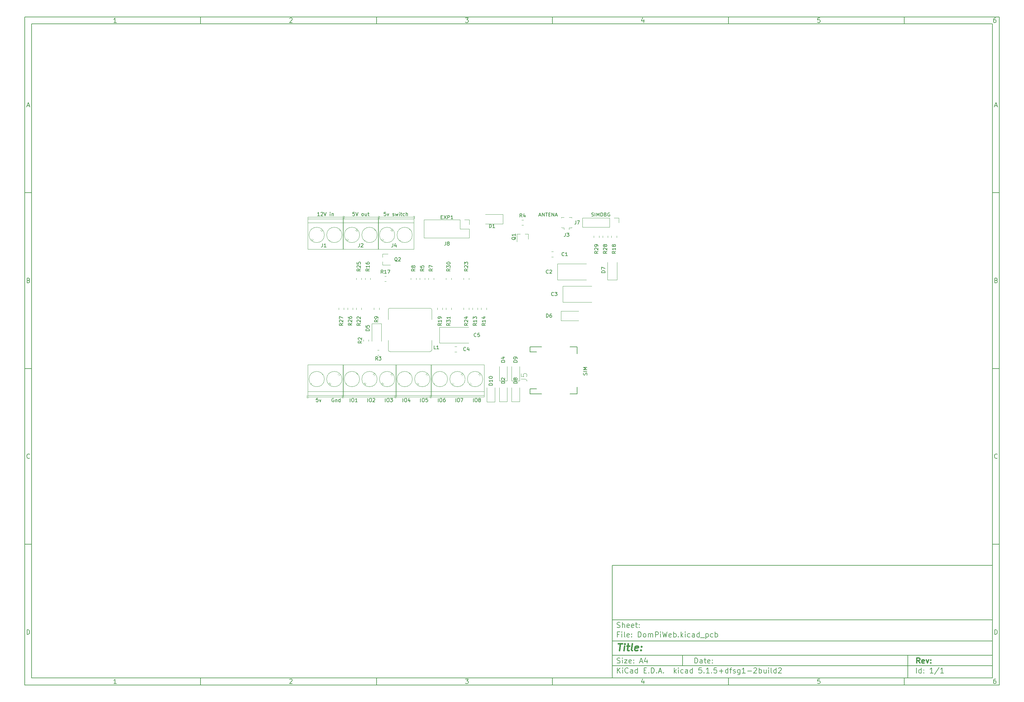
<source format=gbr>
G04 #@! TF.GenerationSoftware,KiCad,Pcbnew,5.1.5+dfsg1-2build2*
G04 #@! TF.CreationDate,2021-11-16T22:22:27-03:00*
G04 #@! TF.ProjectId,DomPiWeb,446f6d50-6957-4656-922e-6b696361645f,rev?*
G04 #@! TF.SameCoordinates,Original*
G04 #@! TF.FileFunction,Legend,Top*
G04 #@! TF.FilePolarity,Positive*
%FSLAX46Y46*%
G04 Gerber Fmt 4.6, Leading zero omitted, Abs format (unit mm)*
G04 Created by KiCad (PCBNEW 5.1.5+dfsg1-2build2) date 2021-11-16 22:22:27*
%MOMM*%
%LPD*%
G04 APERTURE LIST*
%ADD10C,0.100000*%
%ADD11C,0.150000*%
%ADD12C,0.300000*%
%ADD13C,0.400000*%
%ADD14C,0.200000*%
%ADD15C,0.120000*%
%ADD16C,0.015000*%
G04 APERTURE END LIST*
D10*
D11*
X177002200Y-166007200D02*
X177002200Y-198007200D01*
X285002200Y-198007200D01*
X285002200Y-166007200D01*
X177002200Y-166007200D01*
D10*
D11*
X10000000Y-10000000D02*
X10000000Y-200007200D01*
X287002200Y-200007200D01*
X287002200Y-10000000D01*
X10000000Y-10000000D01*
D10*
D11*
X12000000Y-12000000D02*
X12000000Y-198007200D01*
X285002200Y-198007200D01*
X285002200Y-12000000D01*
X12000000Y-12000000D01*
D10*
D11*
X60000000Y-12000000D02*
X60000000Y-10000000D01*
D10*
D11*
X110000000Y-12000000D02*
X110000000Y-10000000D01*
D10*
D11*
X160000000Y-12000000D02*
X160000000Y-10000000D01*
D10*
D11*
X210000000Y-12000000D02*
X210000000Y-10000000D01*
D10*
D11*
X260000000Y-12000000D02*
X260000000Y-10000000D01*
D10*
D11*
X36065476Y-11588095D02*
X35322619Y-11588095D01*
X35694047Y-11588095D02*
X35694047Y-10288095D01*
X35570238Y-10473809D01*
X35446428Y-10597619D01*
X35322619Y-10659523D01*
D10*
D11*
X85322619Y-10411904D02*
X85384523Y-10350000D01*
X85508333Y-10288095D01*
X85817857Y-10288095D01*
X85941666Y-10350000D01*
X86003571Y-10411904D01*
X86065476Y-10535714D01*
X86065476Y-10659523D01*
X86003571Y-10845238D01*
X85260714Y-11588095D01*
X86065476Y-11588095D01*
D10*
D11*
X135260714Y-10288095D02*
X136065476Y-10288095D01*
X135632142Y-10783333D01*
X135817857Y-10783333D01*
X135941666Y-10845238D01*
X136003571Y-10907142D01*
X136065476Y-11030952D01*
X136065476Y-11340476D01*
X136003571Y-11464285D01*
X135941666Y-11526190D01*
X135817857Y-11588095D01*
X135446428Y-11588095D01*
X135322619Y-11526190D01*
X135260714Y-11464285D01*
D10*
D11*
X185941666Y-10721428D02*
X185941666Y-11588095D01*
X185632142Y-10226190D02*
X185322619Y-11154761D01*
X186127380Y-11154761D01*
D10*
D11*
X236003571Y-10288095D02*
X235384523Y-10288095D01*
X235322619Y-10907142D01*
X235384523Y-10845238D01*
X235508333Y-10783333D01*
X235817857Y-10783333D01*
X235941666Y-10845238D01*
X236003571Y-10907142D01*
X236065476Y-11030952D01*
X236065476Y-11340476D01*
X236003571Y-11464285D01*
X235941666Y-11526190D01*
X235817857Y-11588095D01*
X235508333Y-11588095D01*
X235384523Y-11526190D01*
X235322619Y-11464285D01*
D10*
D11*
X285941666Y-10288095D02*
X285694047Y-10288095D01*
X285570238Y-10350000D01*
X285508333Y-10411904D01*
X285384523Y-10597619D01*
X285322619Y-10845238D01*
X285322619Y-11340476D01*
X285384523Y-11464285D01*
X285446428Y-11526190D01*
X285570238Y-11588095D01*
X285817857Y-11588095D01*
X285941666Y-11526190D01*
X286003571Y-11464285D01*
X286065476Y-11340476D01*
X286065476Y-11030952D01*
X286003571Y-10907142D01*
X285941666Y-10845238D01*
X285817857Y-10783333D01*
X285570238Y-10783333D01*
X285446428Y-10845238D01*
X285384523Y-10907142D01*
X285322619Y-11030952D01*
D10*
D11*
X60000000Y-198007200D02*
X60000000Y-200007200D01*
D10*
D11*
X110000000Y-198007200D02*
X110000000Y-200007200D01*
D10*
D11*
X160000000Y-198007200D02*
X160000000Y-200007200D01*
D10*
D11*
X210000000Y-198007200D02*
X210000000Y-200007200D01*
D10*
D11*
X260000000Y-198007200D02*
X260000000Y-200007200D01*
D10*
D11*
X36065476Y-199595295D02*
X35322619Y-199595295D01*
X35694047Y-199595295D02*
X35694047Y-198295295D01*
X35570238Y-198481009D01*
X35446428Y-198604819D01*
X35322619Y-198666723D01*
D10*
D11*
X85322619Y-198419104D02*
X85384523Y-198357200D01*
X85508333Y-198295295D01*
X85817857Y-198295295D01*
X85941666Y-198357200D01*
X86003571Y-198419104D01*
X86065476Y-198542914D01*
X86065476Y-198666723D01*
X86003571Y-198852438D01*
X85260714Y-199595295D01*
X86065476Y-199595295D01*
D10*
D11*
X135260714Y-198295295D02*
X136065476Y-198295295D01*
X135632142Y-198790533D01*
X135817857Y-198790533D01*
X135941666Y-198852438D01*
X136003571Y-198914342D01*
X136065476Y-199038152D01*
X136065476Y-199347676D01*
X136003571Y-199471485D01*
X135941666Y-199533390D01*
X135817857Y-199595295D01*
X135446428Y-199595295D01*
X135322619Y-199533390D01*
X135260714Y-199471485D01*
D10*
D11*
X185941666Y-198728628D02*
X185941666Y-199595295D01*
X185632142Y-198233390D02*
X185322619Y-199161961D01*
X186127380Y-199161961D01*
D10*
D11*
X236003571Y-198295295D02*
X235384523Y-198295295D01*
X235322619Y-198914342D01*
X235384523Y-198852438D01*
X235508333Y-198790533D01*
X235817857Y-198790533D01*
X235941666Y-198852438D01*
X236003571Y-198914342D01*
X236065476Y-199038152D01*
X236065476Y-199347676D01*
X236003571Y-199471485D01*
X235941666Y-199533390D01*
X235817857Y-199595295D01*
X235508333Y-199595295D01*
X235384523Y-199533390D01*
X235322619Y-199471485D01*
D10*
D11*
X285941666Y-198295295D02*
X285694047Y-198295295D01*
X285570238Y-198357200D01*
X285508333Y-198419104D01*
X285384523Y-198604819D01*
X285322619Y-198852438D01*
X285322619Y-199347676D01*
X285384523Y-199471485D01*
X285446428Y-199533390D01*
X285570238Y-199595295D01*
X285817857Y-199595295D01*
X285941666Y-199533390D01*
X286003571Y-199471485D01*
X286065476Y-199347676D01*
X286065476Y-199038152D01*
X286003571Y-198914342D01*
X285941666Y-198852438D01*
X285817857Y-198790533D01*
X285570238Y-198790533D01*
X285446428Y-198852438D01*
X285384523Y-198914342D01*
X285322619Y-199038152D01*
D10*
D11*
X10000000Y-60000000D02*
X12000000Y-60000000D01*
D10*
D11*
X10000000Y-110000000D02*
X12000000Y-110000000D01*
D10*
D11*
X10000000Y-160000000D02*
X12000000Y-160000000D01*
D10*
D11*
X10690476Y-35216666D02*
X11309523Y-35216666D01*
X10566666Y-35588095D02*
X11000000Y-34288095D01*
X11433333Y-35588095D01*
D10*
D11*
X11092857Y-84907142D02*
X11278571Y-84969047D01*
X11340476Y-85030952D01*
X11402380Y-85154761D01*
X11402380Y-85340476D01*
X11340476Y-85464285D01*
X11278571Y-85526190D01*
X11154761Y-85588095D01*
X10659523Y-85588095D01*
X10659523Y-84288095D01*
X11092857Y-84288095D01*
X11216666Y-84350000D01*
X11278571Y-84411904D01*
X11340476Y-84535714D01*
X11340476Y-84659523D01*
X11278571Y-84783333D01*
X11216666Y-84845238D01*
X11092857Y-84907142D01*
X10659523Y-84907142D01*
D10*
D11*
X11402380Y-135464285D02*
X11340476Y-135526190D01*
X11154761Y-135588095D01*
X11030952Y-135588095D01*
X10845238Y-135526190D01*
X10721428Y-135402380D01*
X10659523Y-135278571D01*
X10597619Y-135030952D01*
X10597619Y-134845238D01*
X10659523Y-134597619D01*
X10721428Y-134473809D01*
X10845238Y-134350000D01*
X11030952Y-134288095D01*
X11154761Y-134288095D01*
X11340476Y-134350000D01*
X11402380Y-134411904D01*
D10*
D11*
X10659523Y-185588095D02*
X10659523Y-184288095D01*
X10969047Y-184288095D01*
X11154761Y-184350000D01*
X11278571Y-184473809D01*
X11340476Y-184597619D01*
X11402380Y-184845238D01*
X11402380Y-185030952D01*
X11340476Y-185278571D01*
X11278571Y-185402380D01*
X11154761Y-185526190D01*
X10969047Y-185588095D01*
X10659523Y-185588095D01*
D10*
D11*
X287002200Y-60000000D02*
X285002200Y-60000000D01*
D10*
D11*
X287002200Y-110000000D02*
X285002200Y-110000000D01*
D10*
D11*
X287002200Y-160000000D02*
X285002200Y-160000000D01*
D10*
D11*
X285692676Y-35216666D02*
X286311723Y-35216666D01*
X285568866Y-35588095D02*
X286002200Y-34288095D01*
X286435533Y-35588095D01*
D10*
D11*
X286095057Y-84907142D02*
X286280771Y-84969047D01*
X286342676Y-85030952D01*
X286404580Y-85154761D01*
X286404580Y-85340476D01*
X286342676Y-85464285D01*
X286280771Y-85526190D01*
X286156961Y-85588095D01*
X285661723Y-85588095D01*
X285661723Y-84288095D01*
X286095057Y-84288095D01*
X286218866Y-84350000D01*
X286280771Y-84411904D01*
X286342676Y-84535714D01*
X286342676Y-84659523D01*
X286280771Y-84783333D01*
X286218866Y-84845238D01*
X286095057Y-84907142D01*
X285661723Y-84907142D01*
D10*
D11*
X286404580Y-135464285D02*
X286342676Y-135526190D01*
X286156961Y-135588095D01*
X286033152Y-135588095D01*
X285847438Y-135526190D01*
X285723628Y-135402380D01*
X285661723Y-135278571D01*
X285599819Y-135030952D01*
X285599819Y-134845238D01*
X285661723Y-134597619D01*
X285723628Y-134473809D01*
X285847438Y-134350000D01*
X286033152Y-134288095D01*
X286156961Y-134288095D01*
X286342676Y-134350000D01*
X286404580Y-134411904D01*
D10*
D11*
X285661723Y-185588095D02*
X285661723Y-184288095D01*
X285971247Y-184288095D01*
X286156961Y-184350000D01*
X286280771Y-184473809D01*
X286342676Y-184597619D01*
X286404580Y-184845238D01*
X286404580Y-185030952D01*
X286342676Y-185278571D01*
X286280771Y-185402380D01*
X286156961Y-185526190D01*
X285971247Y-185588095D01*
X285661723Y-185588095D01*
D10*
D11*
X200434342Y-193785771D02*
X200434342Y-192285771D01*
X200791485Y-192285771D01*
X201005771Y-192357200D01*
X201148628Y-192500057D01*
X201220057Y-192642914D01*
X201291485Y-192928628D01*
X201291485Y-193142914D01*
X201220057Y-193428628D01*
X201148628Y-193571485D01*
X201005771Y-193714342D01*
X200791485Y-193785771D01*
X200434342Y-193785771D01*
X202577200Y-193785771D02*
X202577200Y-193000057D01*
X202505771Y-192857200D01*
X202362914Y-192785771D01*
X202077200Y-192785771D01*
X201934342Y-192857200D01*
X202577200Y-193714342D02*
X202434342Y-193785771D01*
X202077200Y-193785771D01*
X201934342Y-193714342D01*
X201862914Y-193571485D01*
X201862914Y-193428628D01*
X201934342Y-193285771D01*
X202077200Y-193214342D01*
X202434342Y-193214342D01*
X202577200Y-193142914D01*
X203077200Y-192785771D02*
X203648628Y-192785771D01*
X203291485Y-192285771D02*
X203291485Y-193571485D01*
X203362914Y-193714342D01*
X203505771Y-193785771D01*
X203648628Y-193785771D01*
X204720057Y-193714342D02*
X204577200Y-193785771D01*
X204291485Y-193785771D01*
X204148628Y-193714342D01*
X204077200Y-193571485D01*
X204077200Y-193000057D01*
X204148628Y-192857200D01*
X204291485Y-192785771D01*
X204577200Y-192785771D01*
X204720057Y-192857200D01*
X204791485Y-193000057D01*
X204791485Y-193142914D01*
X204077200Y-193285771D01*
X205434342Y-193642914D02*
X205505771Y-193714342D01*
X205434342Y-193785771D01*
X205362914Y-193714342D01*
X205434342Y-193642914D01*
X205434342Y-193785771D01*
X205434342Y-192857200D02*
X205505771Y-192928628D01*
X205434342Y-193000057D01*
X205362914Y-192928628D01*
X205434342Y-192857200D01*
X205434342Y-193000057D01*
D10*
D11*
X177002200Y-194507200D02*
X285002200Y-194507200D01*
D10*
D11*
X178434342Y-196585771D02*
X178434342Y-195085771D01*
X179291485Y-196585771D02*
X178648628Y-195728628D01*
X179291485Y-195085771D02*
X178434342Y-195942914D01*
X179934342Y-196585771D02*
X179934342Y-195585771D01*
X179934342Y-195085771D02*
X179862914Y-195157200D01*
X179934342Y-195228628D01*
X180005771Y-195157200D01*
X179934342Y-195085771D01*
X179934342Y-195228628D01*
X181505771Y-196442914D02*
X181434342Y-196514342D01*
X181220057Y-196585771D01*
X181077200Y-196585771D01*
X180862914Y-196514342D01*
X180720057Y-196371485D01*
X180648628Y-196228628D01*
X180577200Y-195942914D01*
X180577200Y-195728628D01*
X180648628Y-195442914D01*
X180720057Y-195300057D01*
X180862914Y-195157200D01*
X181077200Y-195085771D01*
X181220057Y-195085771D01*
X181434342Y-195157200D01*
X181505771Y-195228628D01*
X182791485Y-196585771D02*
X182791485Y-195800057D01*
X182720057Y-195657200D01*
X182577200Y-195585771D01*
X182291485Y-195585771D01*
X182148628Y-195657200D01*
X182791485Y-196514342D02*
X182648628Y-196585771D01*
X182291485Y-196585771D01*
X182148628Y-196514342D01*
X182077200Y-196371485D01*
X182077200Y-196228628D01*
X182148628Y-196085771D01*
X182291485Y-196014342D01*
X182648628Y-196014342D01*
X182791485Y-195942914D01*
X184148628Y-196585771D02*
X184148628Y-195085771D01*
X184148628Y-196514342D02*
X184005771Y-196585771D01*
X183720057Y-196585771D01*
X183577200Y-196514342D01*
X183505771Y-196442914D01*
X183434342Y-196300057D01*
X183434342Y-195871485D01*
X183505771Y-195728628D01*
X183577200Y-195657200D01*
X183720057Y-195585771D01*
X184005771Y-195585771D01*
X184148628Y-195657200D01*
X186005771Y-195800057D02*
X186505771Y-195800057D01*
X186720057Y-196585771D02*
X186005771Y-196585771D01*
X186005771Y-195085771D01*
X186720057Y-195085771D01*
X187362914Y-196442914D02*
X187434342Y-196514342D01*
X187362914Y-196585771D01*
X187291485Y-196514342D01*
X187362914Y-196442914D01*
X187362914Y-196585771D01*
X188077200Y-196585771D02*
X188077200Y-195085771D01*
X188434342Y-195085771D01*
X188648628Y-195157200D01*
X188791485Y-195300057D01*
X188862914Y-195442914D01*
X188934342Y-195728628D01*
X188934342Y-195942914D01*
X188862914Y-196228628D01*
X188791485Y-196371485D01*
X188648628Y-196514342D01*
X188434342Y-196585771D01*
X188077200Y-196585771D01*
X189577200Y-196442914D02*
X189648628Y-196514342D01*
X189577200Y-196585771D01*
X189505771Y-196514342D01*
X189577200Y-196442914D01*
X189577200Y-196585771D01*
X190220057Y-196157200D02*
X190934342Y-196157200D01*
X190077200Y-196585771D02*
X190577200Y-195085771D01*
X191077200Y-196585771D01*
X191577200Y-196442914D02*
X191648628Y-196514342D01*
X191577200Y-196585771D01*
X191505771Y-196514342D01*
X191577200Y-196442914D01*
X191577200Y-196585771D01*
X194577200Y-196585771D02*
X194577200Y-195085771D01*
X194720057Y-196014342D02*
X195148628Y-196585771D01*
X195148628Y-195585771D02*
X194577200Y-196157200D01*
X195791485Y-196585771D02*
X195791485Y-195585771D01*
X195791485Y-195085771D02*
X195720057Y-195157200D01*
X195791485Y-195228628D01*
X195862914Y-195157200D01*
X195791485Y-195085771D01*
X195791485Y-195228628D01*
X197148628Y-196514342D02*
X197005771Y-196585771D01*
X196720057Y-196585771D01*
X196577200Y-196514342D01*
X196505771Y-196442914D01*
X196434342Y-196300057D01*
X196434342Y-195871485D01*
X196505771Y-195728628D01*
X196577200Y-195657200D01*
X196720057Y-195585771D01*
X197005771Y-195585771D01*
X197148628Y-195657200D01*
X198434342Y-196585771D02*
X198434342Y-195800057D01*
X198362914Y-195657200D01*
X198220057Y-195585771D01*
X197934342Y-195585771D01*
X197791485Y-195657200D01*
X198434342Y-196514342D02*
X198291485Y-196585771D01*
X197934342Y-196585771D01*
X197791485Y-196514342D01*
X197720057Y-196371485D01*
X197720057Y-196228628D01*
X197791485Y-196085771D01*
X197934342Y-196014342D01*
X198291485Y-196014342D01*
X198434342Y-195942914D01*
X199791485Y-196585771D02*
X199791485Y-195085771D01*
X199791485Y-196514342D02*
X199648628Y-196585771D01*
X199362914Y-196585771D01*
X199220057Y-196514342D01*
X199148628Y-196442914D01*
X199077200Y-196300057D01*
X199077200Y-195871485D01*
X199148628Y-195728628D01*
X199220057Y-195657200D01*
X199362914Y-195585771D01*
X199648628Y-195585771D01*
X199791485Y-195657200D01*
X202362914Y-195085771D02*
X201648628Y-195085771D01*
X201577200Y-195800057D01*
X201648628Y-195728628D01*
X201791485Y-195657200D01*
X202148628Y-195657200D01*
X202291485Y-195728628D01*
X202362914Y-195800057D01*
X202434342Y-195942914D01*
X202434342Y-196300057D01*
X202362914Y-196442914D01*
X202291485Y-196514342D01*
X202148628Y-196585771D01*
X201791485Y-196585771D01*
X201648628Y-196514342D01*
X201577200Y-196442914D01*
X203077200Y-196442914D02*
X203148628Y-196514342D01*
X203077200Y-196585771D01*
X203005771Y-196514342D01*
X203077200Y-196442914D01*
X203077200Y-196585771D01*
X204577200Y-196585771D02*
X203720057Y-196585771D01*
X204148628Y-196585771D02*
X204148628Y-195085771D01*
X204005771Y-195300057D01*
X203862914Y-195442914D01*
X203720057Y-195514342D01*
X205220057Y-196442914D02*
X205291485Y-196514342D01*
X205220057Y-196585771D01*
X205148628Y-196514342D01*
X205220057Y-196442914D01*
X205220057Y-196585771D01*
X206648628Y-195085771D02*
X205934342Y-195085771D01*
X205862914Y-195800057D01*
X205934342Y-195728628D01*
X206077200Y-195657200D01*
X206434342Y-195657200D01*
X206577200Y-195728628D01*
X206648628Y-195800057D01*
X206720057Y-195942914D01*
X206720057Y-196300057D01*
X206648628Y-196442914D01*
X206577200Y-196514342D01*
X206434342Y-196585771D01*
X206077200Y-196585771D01*
X205934342Y-196514342D01*
X205862914Y-196442914D01*
X207362914Y-196014342D02*
X208505771Y-196014342D01*
X207934342Y-196585771D02*
X207934342Y-195442914D01*
X209862914Y-196585771D02*
X209862914Y-195085771D01*
X209862914Y-196514342D02*
X209720057Y-196585771D01*
X209434342Y-196585771D01*
X209291485Y-196514342D01*
X209220057Y-196442914D01*
X209148628Y-196300057D01*
X209148628Y-195871485D01*
X209220057Y-195728628D01*
X209291485Y-195657200D01*
X209434342Y-195585771D01*
X209720057Y-195585771D01*
X209862914Y-195657200D01*
X210362914Y-195585771D02*
X210934342Y-195585771D01*
X210577200Y-196585771D02*
X210577200Y-195300057D01*
X210648628Y-195157200D01*
X210791485Y-195085771D01*
X210934342Y-195085771D01*
X211362914Y-196514342D02*
X211505771Y-196585771D01*
X211791485Y-196585771D01*
X211934342Y-196514342D01*
X212005771Y-196371485D01*
X212005771Y-196300057D01*
X211934342Y-196157200D01*
X211791485Y-196085771D01*
X211577200Y-196085771D01*
X211434342Y-196014342D01*
X211362914Y-195871485D01*
X211362914Y-195800057D01*
X211434342Y-195657200D01*
X211577200Y-195585771D01*
X211791485Y-195585771D01*
X211934342Y-195657200D01*
X213291485Y-195585771D02*
X213291485Y-196800057D01*
X213220057Y-196942914D01*
X213148628Y-197014342D01*
X213005771Y-197085771D01*
X212791485Y-197085771D01*
X212648628Y-197014342D01*
X213291485Y-196514342D02*
X213148628Y-196585771D01*
X212862914Y-196585771D01*
X212720057Y-196514342D01*
X212648628Y-196442914D01*
X212577200Y-196300057D01*
X212577200Y-195871485D01*
X212648628Y-195728628D01*
X212720057Y-195657200D01*
X212862914Y-195585771D01*
X213148628Y-195585771D01*
X213291485Y-195657200D01*
X214791485Y-196585771D02*
X213934342Y-196585771D01*
X214362914Y-196585771D02*
X214362914Y-195085771D01*
X214220057Y-195300057D01*
X214077200Y-195442914D01*
X213934342Y-195514342D01*
X215434342Y-196014342D02*
X216577200Y-196014342D01*
X217220057Y-195228628D02*
X217291485Y-195157200D01*
X217434342Y-195085771D01*
X217791485Y-195085771D01*
X217934342Y-195157200D01*
X218005771Y-195228628D01*
X218077200Y-195371485D01*
X218077200Y-195514342D01*
X218005771Y-195728628D01*
X217148628Y-196585771D01*
X218077200Y-196585771D01*
X218720057Y-196585771D02*
X218720057Y-195085771D01*
X218720057Y-195657200D02*
X218862914Y-195585771D01*
X219148628Y-195585771D01*
X219291485Y-195657200D01*
X219362914Y-195728628D01*
X219434342Y-195871485D01*
X219434342Y-196300057D01*
X219362914Y-196442914D01*
X219291485Y-196514342D01*
X219148628Y-196585771D01*
X218862914Y-196585771D01*
X218720057Y-196514342D01*
X220720057Y-195585771D02*
X220720057Y-196585771D01*
X220077200Y-195585771D02*
X220077200Y-196371485D01*
X220148628Y-196514342D01*
X220291485Y-196585771D01*
X220505771Y-196585771D01*
X220648628Y-196514342D01*
X220720057Y-196442914D01*
X221434342Y-196585771D02*
X221434342Y-195585771D01*
X221434342Y-195085771D02*
X221362914Y-195157200D01*
X221434342Y-195228628D01*
X221505771Y-195157200D01*
X221434342Y-195085771D01*
X221434342Y-195228628D01*
X222362914Y-196585771D02*
X222220057Y-196514342D01*
X222148628Y-196371485D01*
X222148628Y-195085771D01*
X223577200Y-196585771D02*
X223577200Y-195085771D01*
X223577200Y-196514342D02*
X223434342Y-196585771D01*
X223148628Y-196585771D01*
X223005771Y-196514342D01*
X222934342Y-196442914D01*
X222862914Y-196300057D01*
X222862914Y-195871485D01*
X222934342Y-195728628D01*
X223005771Y-195657200D01*
X223148628Y-195585771D01*
X223434342Y-195585771D01*
X223577200Y-195657200D01*
X224220057Y-195228628D02*
X224291485Y-195157200D01*
X224434342Y-195085771D01*
X224791485Y-195085771D01*
X224934342Y-195157200D01*
X225005771Y-195228628D01*
X225077200Y-195371485D01*
X225077200Y-195514342D01*
X225005771Y-195728628D01*
X224148628Y-196585771D01*
X225077200Y-196585771D01*
D10*
D11*
X177002200Y-191507200D02*
X285002200Y-191507200D01*
D10*
D12*
X264411485Y-193785771D02*
X263911485Y-193071485D01*
X263554342Y-193785771D02*
X263554342Y-192285771D01*
X264125771Y-192285771D01*
X264268628Y-192357200D01*
X264340057Y-192428628D01*
X264411485Y-192571485D01*
X264411485Y-192785771D01*
X264340057Y-192928628D01*
X264268628Y-193000057D01*
X264125771Y-193071485D01*
X263554342Y-193071485D01*
X265625771Y-193714342D02*
X265482914Y-193785771D01*
X265197200Y-193785771D01*
X265054342Y-193714342D01*
X264982914Y-193571485D01*
X264982914Y-193000057D01*
X265054342Y-192857200D01*
X265197200Y-192785771D01*
X265482914Y-192785771D01*
X265625771Y-192857200D01*
X265697200Y-193000057D01*
X265697200Y-193142914D01*
X264982914Y-193285771D01*
X266197200Y-192785771D02*
X266554342Y-193785771D01*
X266911485Y-192785771D01*
X267482914Y-193642914D02*
X267554342Y-193714342D01*
X267482914Y-193785771D01*
X267411485Y-193714342D01*
X267482914Y-193642914D01*
X267482914Y-193785771D01*
X267482914Y-192857200D02*
X267554342Y-192928628D01*
X267482914Y-193000057D01*
X267411485Y-192928628D01*
X267482914Y-192857200D01*
X267482914Y-193000057D01*
D10*
D11*
X178362914Y-193714342D02*
X178577200Y-193785771D01*
X178934342Y-193785771D01*
X179077200Y-193714342D01*
X179148628Y-193642914D01*
X179220057Y-193500057D01*
X179220057Y-193357200D01*
X179148628Y-193214342D01*
X179077200Y-193142914D01*
X178934342Y-193071485D01*
X178648628Y-193000057D01*
X178505771Y-192928628D01*
X178434342Y-192857200D01*
X178362914Y-192714342D01*
X178362914Y-192571485D01*
X178434342Y-192428628D01*
X178505771Y-192357200D01*
X178648628Y-192285771D01*
X179005771Y-192285771D01*
X179220057Y-192357200D01*
X179862914Y-193785771D02*
X179862914Y-192785771D01*
X179862914Y-192285771D02*
X179791485Y-192357200D01*
X179862914Y-192428628D01*
X179934342Y-192357200D01*
X179862914Y-192285771D01*
X179862914Y-192428628D01*
X180434342Y-192785771D02*
X181220057Y-192785771D01*
X180434342Y-193785771D01*
X181220057Y-193785771D01*
X182362914Y-193714342D02*
X182220057Y-193785771D01*
X181934342Y-193785771D01*
X181791485Y-193714342D01*
X181720057Y-193571485D01*
X181720057Y-193000057D01*
X181791485Y-192857200D01*
X181934342Y-192785771D01*
X182220057Y-192785771D01*
X182362914Y-192857200D01*
X182434342Y-193000057D01*
X182434342Y-193142914D01*
X181720057Y-193285771D01*
X183077200Y-193642914D02*
X183148628Y-193714342D01*
X183077200Y-193785771D01*
X183005771Y-193714342D01*
X183077200Y-193642914D01*
X183077200Y-193785771D01*
X183077200Y-192857200D02*
X183148628Y-192928628D01*
X183077200Y-193000057D01*
X183005771Y-192928628D01*
X183077200Y-192857200D01*
X183077200Y-193000057D01*
X184862914Y-193357200D02*
X185577200Y-193357200D01*
X184720057Y-193785771D02*
X185220057Y-192285771D01*
X185720057Y-193785771D01*
X186862914Y-192785771D02*
X186862914Y-193785771D01*
X186505771Y-192214342D02*
X186148628Y-193285771D01*
X187077200Y-193285771D01*
D10*
D11*
X263434342Y-196585771D02*
X263434342Y-195085771D01*
X264791485Y-196585771D02*
X264791485Y-195085771D01*
X264791485Y-196514342D02*
X264648628Y-196585771D01*
X264362914Y-196585771D01*
X264220057Y-196514342D01*
X264148628Y-196442914D01*
X264077200Y-196300057D01*
X264077200Y-195871485D01*
X264148628Y-195728628D01*
X264220057Y-195657200D01*
X264362914Y-195585771D01*
X264648628Y-195585771D01*
X264791485Y-195657200D01*
X265505771Y-196442914D02*
X265577200Y-196514342D01*
X265505771Y-196585771D01*
X265434342Y-196514342D01*
X265505771Y-196442914D01*
X265505771Y-196585771D01*
X265505771Y-195657200D02*
X265577200Y-195728628D01*
X265505771Y-195800057D01*
X265434342Y-195728628D01*
X265505771Y-195657200D01*
X265505771Y-195800057D01*
X268148628Y-196585771D02*
X267291485Y-196585771D01*
X267720057Y-196585771D02*
X267720057Y-195085771D01*
X267577200Y-195300057D01*
X267434342Y-195442914D01*
X267291485Y-195514342D01*
X269862914Y-195014342D02*
X268577200Y-196942914D01*
X271148628Y-196585771D02*
X270291485Y-196585771D01*
X270720057Y-196585771D02*
X270720057Y-195085771D01*
X270577200Y-195300057D01*
X270434342Y-195442914D01*
X270291485Y-195514342D01*
D10*
D11*
X177002200Y-187507200D02*
X285002200Y-187507200D01*
D10*
D13*
X178714580Y-188211961D02*
X179857438Y-188211961D01*
X179036009Y-190211961D02*
X179286009Y-188211961D01*
X180274104Y-190211961D02*
X180440771Y-188878628D01*
X180524104Y-188211961D02*
X180416961Y-188307200D01*
X180500295Y-188402438D01*
X180607438Y-188307200D01*
X180524104Y-188211961D01*
X180500295Y-188402438D01*
X181107438Y-188878628D02*
X181869342Y-188878628D01*
X181476485Y-188211961D02*
X181262200Y-189926247D01*
X181333628Y-190116723D01*
X181512200Y-190211961D01*
X181702676Y-190211961D01*
X182655057Y-190211961D02*
X182476485Y-190116723D01*
X182405057Y-189926247D01*
X182619342Y-188211961D01*
X184190771Y-190116723D02*
X183988390Y-190211961D01*
X183607438Y-190211961D01*
X183428866Y-190116723D01*
X183357438Y-189926247D01*
X183452676Y-189164342D01*
X183571723Y-188973866D01*
X183774104Y-188878628D01*
X184155057Y-188878628D01*
X184333628Y-188973866D01*
X184405057Y-189164342D01*
X184381247Y-189354819D01*
X183405057Y-189545295D01*
X185155057Y-190021485D02*
X185238390Y-190116723D01*
X185131247Y-190211961D01*
X185047914Y-190116723D01*
X185155057Y-190021485D01*
X185131247Y-190211961D01*
X185286009Y-188973866D02*
X185369342Y-189069104D01*
X185262200Y-189164342D01*
X185178866Y-189069104D01*
X185286009Y-188973866D01*
X185262200Y-189164342D01*
D10*
D11*
X178934342Y-185600057D02*
X178434342Y-185600057D01*
X178434342Y-186385771D02*
X178434342Y-184885771D01*
X179148628Y-184885771D01*
X179720057Y-186385771D02*
X179720057Y-185385771D01*
X179720057Y-184885771D02*
X179648628Y-184957200D01*
X179720057Y-185028628D01*
X179791485Y-184957200D01*
X179720057Y-184885771D01*
X179720057Y-185028628D01*
X180648628Y-186385771D02*
X180505771Y-186314342D01*
X180434342Y-186171485D01*
X180434342Y-184885771D01*
X181791485Y-186314342D02*
X181648628Y-186385771D01*
X181362914Y-186385771D01*
X181220057Y-186314342D01*
X181148628Y-186171485D01*
X181148628Y-185600057D01*
X181220057Y-185457200D01*
X181362914Y-185385771D01*
X181648628Y-185385771D01*
X181791485Y-185457200D01*
X181862914Y-185600057D01*
X181862914Y-185742914D01*
X181148628Y-185885771D01*
X182505771Y-186242914D02*
X182577200Y-186314342D01*
X182505771Y-186385771D01*
X182434342Y-186314342D01*
X182505771Y-186242914D01*
X182505771Y-186385771D01*
X182505771Y-185457200D02*
X182577200Y-185528628D01*
X182505771Y-185600057D01*
X182434342Y-185528628D01*
X182505771Y-185457200D01*
X182505771Y-185600057D01*
X184362914Y-186385771D02*
X184362914Y-184885771D01*
X184720057Y-184885771D01*
X184934342Y-184957200D01*
X185077200Y-185100057D01*
X185148628Y-185242914D01*
X185220057Y-185528628D01*
X185220057Y-185742914D01*
X185148628Y-186028628D01*
X185077200Y-186171485D01*
X184934342Y-186314342D01*
X184720057Y-186385771D01*
X184362914Y-186385771D01*
X186077200Y-186385771D02*
X185934342Y-186314342D01*
X185862914Y-186242914D01*
X185791485Y-186100057D01*
X185791485Y-185671485D01*
X185862914Y-185528628D01*
X185934342Y-185457200D01*
X186077200Y-185385771D01*
X186291485Y-185385771D01*
X186434342Y-185457200D01*
X186505771Y-185528628D01*
X186577200Y-185671485D01*
X186577200Y-186100057D01*
X186505771Y-186242914D01*
X186434342Y-186314342D01*
X186291485Y-186385771D01*
X186077200Y-186385771D01*
X187220057Y-186385771D02*
X187220057Y-185385771D01*
X187220057Y-185528628D02*
X187291485Y-185457200D01*
X187434342Y-185385771D01*
X187648628Y-185385771D01*
X187791485Y-185457200D01*
X187862914Y-185600057D01*
X187862914Y-186385771D01*
X187862914Y-185600057D02*
X187934342Y-185457200D01*
X188077200Y-185385771D01*
X188291485Y-185385771D01*
X188434342Y-185457200D01*
X188505771Y-185600057D01*
X188505771Y-186385771D01*
X189220057Y-186385771D02*
X189220057Y-184885771D01*
X189791485Y-184885771D01*
X189934342Y-184957200D01*
X190005771Y-185028628D01*
X190077200Y-185171485D01*
X190077200Y-185385771D01*
X190005771Y-185528628D01*
X189934342Y-185600057D01*
X189791485Y-185671485D01*
X189220057Y-185671485D01*
X190720057Y-186385771D02*
X190720057Y-185385771D01*
X190720057Y-184885771D02*
X190648628Y-184957200D01*
X190720057Y-185028628D01*
X190791485Y-184957200D01*
X190720057Y-184885771D01*
X190720057Y-185028628D01*
X191291485Y-184885771D02*
X191648628Y-186385771D01*
X191934342Y-185314342D01*
X192220057Y-186385771D01*
X192577200Y-184885771D01*
X193720057Y-186314342D02*
X193577200Y-186385771D01*
X193291485Y-186385771D01*
X193148628Y-186314342D01*
X193077200Y-186171485D01*
X193077200Y-185600057D01*
X193148628Y-185457200D01*
X193291485Y-185385771D01*
X193577200Y-185385771D01*
X193720057Y-185457200D01*
X193791485Y-185600057D01*
X193791485Y-185742914D01*
X193077200Y-185885771D01*
X194434342Y-186385771D02*
X194434342Y-184885771D01*
X194434342Y-185457200D02*
X194577200Y-185385771D01*
X194862914Y-185385771D01*
X195005771Y-185457200D01*
X195077200Y-185528628D01*
X195148628Y-185671485D01*
X195148628Y-186100057D01*
X195077200Y-186242914D01*
X195005771Y-186314342D01*
X194862914Y-186385771D01*
X194577200Y-186385771D01*
X194434342Y-186314342D01*
X195791485Y-186242914D02*
X195862914Y-186314342D01*
X195791485Y-186385771D01*
X195720057Y-186314342D01*
X195791485Y-186242914D01*
X195791485Y-186385771D01*
X196505771Y-186385771D02*
X196505771Y-184885771D01*
X196648628Y-185814342D02*
X197077200Y-186385771D01*
X197077200Y-185385771D02*
X196505771Y-185957200D01*
X197720057Y-186385771D02*
X197720057Y-185385771D01*
X197720057Y-184885771D02*
X197648628Y-184957200D01*
X197720057Y-185028628D01*
X197791485Y-184957200D01*
X197720057Y-184885771D01*
X197720057Y-185028628D01*
X199077200Y-186314342D02*
X198934342Y-186385771D01*
X198648628Y-186385771D01*
X198505771Y-186314342D01*
X198434342Y-186242914D01*
X198362914Y-186100057D01*
X198362914Y-185671485D01*
X198434342Y-185528628D01*
X198505771Y-185457200D01*
X198648628Y-185385771D01*
X198934342Y-185385771D01*
X199077200Y-185457200D01*
X200362914Y-186385771D02*
X200362914Y-185600057D01*
X200291485Y-185457200D01*
X200148628Y-185385771D01*
X199862914Y-185385771D01*
X199720057Y-185457200D01*
X200362914Y-186314342D02*
X200220057Y-186385771D01*
X199862914Y-186385771D01*
X199720057Y-186314342D01*
X199648628Y-186171485D01*
X199648628Y-186028628D01*
X199720057Y-185885771D01*
X199862914Y-185814342D01*
X200220057Y-185814342D01*
X200362914Y-185742914D01*
X201720057Y-186385771D02*
X201720057Y-184885771D01*
X201720057Y-186314342D02*
X201577200Y-186385771D01*
X201291485Y-186385771D01*
X201148628Y-186314342D01*
X201077200Y-186242914D01*
X201005771Y-186100057D01*
X201005771Y-185671485D01*
X201077200Y-185528628D01*
X201148628Y-185457200D01*
X201291485Y-185385771D01*
X201577200Y-185385771D01*
X201720057Y-185457200D01*
X202077200Y-186528628D02*
X203220057Y-186528628D01*
X203577200Y-185385771D02*
X203577200Y-186885771D01*
X203577200Y-185457200D02*
X203720057Y-185385771D01*
X204005771Y-185385771D01*
X204148628Y-185457200D01*
X204220057Y-185528628D01*
X204291485Y-185671485D01*
X204291485Y-186100057D01*
X204220057Y-186242914D01*
X204148628Y-186314342D01*
X204005771Y-186385771D01*
X203720057Y-186385771D01*
X203577200Y-186314342D01*
X205577200Y-186314342D02*
X205434342Y-186385771D01*
X205148628Y-186385771D01*
X205005771Y-186314342D01*
X204934342Y-186242914D01*
X204862914Y-186100057D01*
X204862914Y-185671485D01*
X204934342Y-185528628D01*
X205005771Y-185457200D01*
X205148628Y-185385771D01*
X205434342Y-185385771D01*
X205577200Y-185457200D01*
X206220057Y-186385771D02*
X206220057Y-184885771D01*
X206220057Y-185457200D02*
X206362914Y-185385771D01*
X206648628Y-185385771D01*
X206791485Y-185457200D01*
X206862914Y-185528628D01*
X206934342Y-185671485D01*
X206934342Y-186100057D01*
X206862914Y-186242914D01*
X206791485Y-186314342D01*
X206648628Y-186385771D01*
X206362914Y-186385771D01*
X206220057Y-186314342D01*
D10*
D11*
X177002200Y-181507200D02*
X285002200Y-181507200D01*
D10*
D11*
X178362914Y-183614342D02*
X178577200Y-183685771D01*
X178934342Y-183685771D01*
X179077200Y-183614342D01*
X179148628Y-183542914D01*
X179220057Y-183400057D01*
X179220057Y-183257200D01*
X179148628Y-183114342D01*
X179077200Y-183042914D01*
X178934342Y-182971485D01*
X178648628Y-182900057D01*
X178505771Y-182828628D01*
X178434342Y-182757200D01*
X178362914Y-182614342D01*
X178362914Y-182471485D01*
X178434342Y-182328628D01*
X178505771Y-182257200D01*
X178648628Y-182185771D01*
X179005771Y-182185771D01*
X179220057Y-182257200D01*
X179862914Y-183685771D02*
X179862914Y-182185771D01*
X180505771Y-183685771D02*
X180505771Y-182900057D01*
X180434342Y-182757200D01*
X180291485Y-182685771D01*
X180077200Y-182685771D01*
X179934342Y-182757200D01*
X179862914Y-182828628D01*
X181791485Y-183614342D02*
X181648628Y-183685771D01*
X181362914Y-183685771D01*
X181220057Y-183614342D01*
X181148628Y-183471485D01*
X181148628Y-182900057D01*
X181220057Y-182757200D01*
X181362914Y-182685771D01*
X181648628Y-182685771D01*
X181791485Y-182757200D01*
X181862914Y-182900057D01*
X181862914Y-183042914D01*
X181148628Y-183185771D01*
X183077200Y-183614342D02*
X182934342Y-183685771D01*
X182648628Y-183685771D01*
X182505771Y-183614342D01*
X182434342Y-183471485D01*
X182434342Y-182900057D01*
X182505771Y-182757200D01*
X182648628Y-182685771D01*
X182934342Y-182685771D01*
X183077200Y-182757200D01*
X183148628Y-182900057D01*
X183148628Y-183042914D01*
X182434342Y-183185771D01*
X183577200Y-182685771D02*
X184148628Y-182685771D01*
X183791485Y-182185771D02*
X183791485Y-183471485D01*
X183862914Y-183614342D01*
X184005771Y-183685771D01*
X184148628Y-183685771D01*
X184648628Y-183542914D02*
X184720057Y-183614342D01*
X184648628Y-183685771D01*
X184577200Y-183614342D01*
X184648628Y-183542914D01*
X184648628Y-183685771D01*
X184648628Y-182757200D02*
X184720057Y-182828628D01*
X184648628Y-182900057D01*
X184577200Y-182828628D01*
X184648628Y-182757200D01*
X184648628Y-182900057D01*
D10*
D11*
X197002200Y-191507200D02*
X197002200Y-194507200D01*
D10*
D11*
X261002200Y-191507200D02*
X261002200Y-198007200D01*
X156202380Y-66416666D02*
X156678571Y-66416666D01*
X156107142Y-66702380D02*
X156440476Y-65702380D01*
X156773809Y-66702380D01*
X157107142Y-66702380D02*
X157107142Y-65702380D01*
X157678571Y-66702380D01*
X157678571Y-65702380D01*
X158011904Y-65702380D02*
X158583333Y-65702380D01*
X158297619Y-66702380D02*
X158297619Y-65702380D01*
X158916666Y-66178571D02*
X159250000Y-66178571D01*
X159392857Y-66702380D02*
X158916666Y-66702380D01*
X158916666Y-65702380D01*
X159392857Y-65702380D01*
X159821428Y-66702380D02*
X159821428Y-65702380D01*
X160392857Y-66702380D01*
X160392857Y-65702380D01*
X160821428Y-66416666D02*
X161297619Y-66416666D01*
X160726190Y-66702380D02*
X161059523Y-65702380D01*
X161392857Y-66702380D01*
X169754761Y-111845238D02*
X169802380Y-111702380D01*
X169802380Y-111464285D01*
X169754761Y-111369047D01*
X169707142Y-111321428D01*
X169611904Y-111273809D01*
X169516666Y-111273809D01*
X169421428Y-111321428D01*
X169373809Y-111369047D01*
X169326190Y-111464285D01*
X169278571Y-111654761D01*
X169230952Y-111750000D01*
X169183333Y-111797619D01*
X169088095Y-111845238D01*
X168992857Y-111845238D01*
X168897619Y-111797619D01*
X168850000Y-111750000D01*
X168802380Y-111654761D01*
X168802380Y-111416666D01*
X168850000Y-111273809D01*
X169802380Y-110845238D02*
X168802380Y-110845238D01*
X169802380Y-110369047D02*
X168802380Y-110369047D01*
X169516666Y-110035714D01*
X168802380Y-109702380D01*
X169802380Y-109702380D01*
X137500000Y-119452380D02*
X137500000Y-118452380D01*
X138166666Y-118452380D02*
X138357142Y-118452380D01*
X138452380Y-118500000D01*
X138547619Y-118595238D01*
X138595238Y-118785714D01*
X138595238Y-119119047D01*
X138547619Y-119309523D01*
X138452380Y-119404761D01*
X138357142Y-119452380D01*
X138166666Y-119452380D01*
X138071428Y-119404761D01*
X137976190Y-119309523D01*
X137928571Y-119119047D01*
X137928571Y-118785714D01*
X137976190Y-118595238D01*
X138071428Y-118500000D01*
X138166666Y-118452380D01*
X139166666Y-118880952D02*
X139071428Y-118833333D01*
X139023809Y-118785714D01*
X138976190Y-118690476D01*
X138976190Y-118642857D01*
X139023809Y-118547619D01*
X139071428Y-118500000D01*
X139166666Y-118452380D01*
X139357142Y-118452380D01*
X139452380Y-118500000D01*
X139500000Y-118547619D01*
X139547619Y-118642857D01*
X139547619Y-118690476D01*
X139500000Y-118785714D01*
X139452380Y-118833333D01*
X139357142Y-118880952D01*
X139166666Y-118880952D01*
X139071428Y-118928571D01*
X139023809Y-118976190D01*
X138976190Y-119071428D01*
X138976190Y-119261904D01*
X139023809Y-119357142D01*
X139071428Y-119404761D01*
X139166666Y-119452380D01*
X139357142Y-119452380D01*
X139452380Y-119404761D01*
X139500000Y-119357142D01*
X139547619Y-119261904D01*
X139547619Y-119071428D01*
X139500000Y-118976190D01*
X139452380Y-118928571D01*
X139357142Y-118880952D01*
X132500000Y-119452380D02*
X132500000Y-118452380D01*
X133166666Y-118452380D02*
X133357142Y-118452380D01*
X133452380Y-118500000D01*
X133547619Y-118595238D01*
X133595238Y-118785714D01*
X133595238Y-119119047D01*
X133547619Y-119309523D01*
X133452380Y-119404761D01*
X133357142Y-119452380D01*
X133166666Y-119452380D01*
X133071428Y-119404761D01*
X132976190Y-119309523D01*
X132928571Y-119119047D01*
X132928571Y-118785714D01*
X132976190Y-118595238D01*
X133071428Y-118500000D01*
X133166666Y-118452380D01*
X133928571Y-118452380D02*
X134595238Y-118452380D01*
X134166666Y-119452380D01*
X127500000Y-119452380D02*
X127500000Y-118452380D01*
X128166666Y-118452380D02*
X128357142Y-118452380D01*
X128452380Y-118500000D01*
X128547619Y-118595238D01*
X128595238Y-118785714D01*
X128595238Y-119119047D01*
X128547619Y-119309523D01*
X128452380Y-119404761D01*
X128357142Y-119452380D01*
X128166666Y-119452380D01*
X128071428Y-119404761D01*
X127976190Y-119309523D01*
X127928571Y-119119047D01*
X127928571Y-118785714D01*
X127976190Y-118595238D01*
X128071428Y-118500000D01*
X128166666Y-118452380D01*
X129452380Y-118452380D02*
X129261904Y-118452380D01*
X129166666Y-118500000D01*
X129119047Y-118547619D01*
X129023809Y-118690476D01*
X128976190Y-118880952D01*
X128976190Y-119261904D01*
X129023809Y-119357142D01*
X129071428Y-119404761D01*
X129166666Y-119452380D01*
X129357142Y-119452380D01*
X129452380Y-119404761D01*
X129500000Y-119357142D01*
X129547619Y-119261904D01*
X129547619Y-119023809D01*
X129500000Y-118928571D01*
X129452380Y-118880952D01*
X129357142Y-118833333D01*
X129166666Y-118833333D01*
X129071428Y-118880952D01*
X129023809Y-118928571D01*
X128976190Y-119023809D01*
X122500000Y-119452380D02*
X122500000Y-118452380D01*
X123166666Y-118452380D02*
X123357142Y-118452380D01*
X123452380Y-118500000D01*
X123547619Y-118595238D01*
X123595238Y-118785714D01*
X123595238Y-119119047D01*
X123547619Y-119309523D01*
X123452380Y-119404761D01*
X123357142Y-119452380D01*
X123166666Y-119452380D01*
X123071428Y-119404761D01*
X122976190Y-119309523D01*
X122928571Y-119119047D01*
X122928571Y-118785714D01*
X122976190Y-118595238D01*
X123071428Y-118500000D01*
X123166666Y-118452380D01*
X124500000Y-118452380D02*
X124023809Y-118452380D01*
X123976190Y-118928571D01*
X124023809Y-118880952D01*
X124119047Y-118833333D01*
X124357142Y-118833333D01*
X124452380Y-118880952D01*
X124500000Y-118928571D01*
X124547619Y-119023809D01*
X124547619Y-119261904D01*
X124500000Y-119357142D01*
X124452380Y-119404761D01*
X124357142Y-119452380D01*
X124119047Y-119452380D01*
X124023809Y-119404761D01*
X123976190Y-119357142D01*
X117500000Y-119452380D02*
X117500000Y-118452380D01*
X118166666Y-118452380D02*
X118357142Y-118452380D01*
X118452380Y-118500000D01*
X118547619Y-118595238D01*
X118595238Y-118785714D01*
X118595238Y-119119047D01*
X118547619Y-119309523D01*
X118452380Y-119404761D01*
X118357142Y-119452380D01*
X118166666Y-119452380D01*
X118071428Y-119404761D01*
X117976190Y-119309523D01*
X117928571Y-119119047D01*
X117928571Y-118785714D01*
X117976190Y-118595238D01*
X118071428Y-118500000D01*
X118166666Y-118452380D01*
X119452380Y-118785714D02*
X119452380Y-119452380D01*
X119214285Y-118404761D02*
X118976190Y-119119047D01*
X119595238Y-119119047D01*
X112500000Y-119452380D02*
X112500000Y-118452380D01*
X113166666Y-118452380D02*
X113357142Y-118452380D01*
X113452380Y-118500000D01*
X113547619Y-118595238D01*
X113595238Y-118785714D01*
X113595238Y-119119047D01*
X113547619Y-119309523D01*
X113452380Y-119404761D01*
X113357142Y-119452380D01*
X113166666Y-119452380D01*
X113071428Y-119404761D01*
X112976190Y-119309523D01*
X112928571Y-119119047D01*
X112928571Y-118785714D01*
X112976190Y-118595238D01*
X113071428Y-118500000D01*
X113166666Y-118452380D01*
X113928571Y-118452380D02*
X114547619Y-118452380D01*
X114214285Y-118833333D01*
X114357142Y-118833333D01*
X114452380Y-118880952D01*
X114500000Y-118928571D01*
X114547619Y-119023809D01*
X114547619Y-119261904D01*
X114500000Y-119357142D01*
X114452380Y-119404761D01*
X114357142Y-119452380D01*
X114071428Y-119452380D01*
X113976190Y-119404761D01*
X113928571Y-119357142D01*
X107500000Y-119452380D02*
X107500000Y-118452380D01*
X108166666Y-118452380D02*
X108357142Y-118452380D01*
X108452380Y-118500000D01*
X108547619Y-118595238D01*
X108595238Y-118785714D01*
X108595238Y-119119047D01*
X108547619Y-119309523D01*
X108452380Y-119404761D01*
X108357142Y-119452380D01*
X108166666Y-119452380D01*
X108071428Y-119404761D01*
X107976190Y-119309523D01*
X107928571Y-119119047D01*
X107928571Y-118785714D01*
X107976190Y-118595238D01*
X108071428Y-118500000D01*
X108166666Y-118452380D01*
X108976190Y-118547619D02*
X109023809Y-118500000D01*
X109119047Y-118452380D01*
X109357142Y-118452380D01*
X109452380Y-118500000D01*
X109500000Y-118547619D01*
X109547619Y-118642857D01*
X109547619Y-118738095D01*
X109500000Y-118880952D01*
X108928571Y-119452380D01*
X109547619Y-119452380D01*
X102500000Y-119452380D02*
X102500000Y-118452380D01*
X103166666Y-118452380D02*
X103357142Y-118452380D01*
X103452380Y-118500000D01*
X103547619Y-118595238D01*
X103595238Y-118785714D01*
X103595238Y-119119047D01*
X103547619Y-119309523D01*
X103452380Y-119404761D01*
X103357142Y-119452380D01*
X103166666Y-119452380D01*
X103071428Y-119404761D01*
X102976190Y-119309523D01*
X102928571Y-119119047D01*
X102928571Y-118785714D01*
X102976190Y-118595238D01*
X103071428Y-118500000D01*
X103166666Y-118452380D01*
X104547619Y-119452380D02*
X103976190Y-119452380D01*
X104261904Y-119452380D02*
X104261904Y-118452380D01*
X104166666Y-118595238D01*
X104071428Y-118690476D01*
X103976190Y-118738095D01*
X97857142Y-118500000D02*
X97761904Y-118452380D01*
X97619047Y-118452380D01*
X97476190Y-118500000D01*
X97380952Y-118595238D01*
X97333333Y-118690476D01*
X97285714Y-118880952D01*
X97285714Y-119023809D01*
X97333333Y-119214285D01*
X97380952Y-119309523D01*
X97476190Y-119404761D01*
X97619047Y-119452380D01*
X97714285Y-119452380D01*
X97857142Y-119404761D01*
X97904761Y-119357142D01*
X97904761Y-119023809D01*
X97714285Y-119023809D01*
X98333333Y-118785714D02*
X98333333Y-119452380D01*
X98333333Y-118880952D02*
X98380952Y-118833333D01*
X98476190Y-118785714D01*
X98619047Y-118785714D01*
X98714285Y-118833333D01*
X98761904Y-118928571D01*
X98761904Y-119452380D01*
X99666666Y-119452380D02*
X99666666Y-118452380D01*
X99666666Y-119404761D02*
X99571428Y-119452380D01*
X99380952Y-119452380D01*
X99285714Y-119404761D01*
X99238095Y-119357142D01*
X99190476Y-119261904D01*
X99190476Y-118976190D01*
X99238095Y-118880952D01*
X99285714Y-118833333D01*
X99380952Y-118785714D01*
X99571428Y-118785714D01*
X99666666Y-118833333D01*
X93357142Y-118452380D02*
X92880952Y-118452380D01*
X92833333Y-118928571D01*
X92880952Y-118880952D01*
X92976190Y-118833333D01*
X93214285Y-118833333D01*
X93309523Y-118880952D01*
X93357142Y-118928571D01*
X93404761Y-119023809D01*
X93404761Y-119261904D01*
X93357142Y-119357142D01*
X93309523Y-119404761D01*
X93214285Y-119452380D01*
X92976190Y-119452380D01*
X92880952Y-119404761D01*
X92833333Y-119357142D01*
X93738095Y-118785714D02*
X93976190Y-119452380D01*
X94214285Y-118785714D01*
D14*
X153600000Y-105250000D02*
X153600000Y-103800000D01*
X156950000Y-103800000D02*
X153600000Y-103800000D01*
X155500000Y-105250000D02*
X153600000Y-105250000D01*
X156950000Y-117200000D02*
X153600000Y-117200000D01*
X167000000Y-117200000D02*
X167000000Y-115250000D01*
X167000000Y-117200000D02*
X165000000Y-117200000D01*
X167000000Y-105750000D02*
X167000000Y-103800000D01*
X167000000Y-103800000D02*
X165000000Y-103800000D01*
X153600000Y-117200000D02*
X153600000Y-115750000D01*
X155500000Y-115750000D02*
X153600000Y-115750000D01*
D15*
X110727064Y-104765000D02*
X110272936Y-104765000D01*
X110727064Y-106235000D02*
X110272936Y-106235000D01*
X107735000Y-102227064D02*
X107735000Y-101772936D01*
X106265000Y-102227064D02*
X106265000Y-101772936D01*
X132238748Y-105235000D02*
X132761252Y-105235000D01*
X132238748Y-103765000D02*
X132761252Y-103765000D01*
X125250000Y-92850000D02*
G75*
G02X125650000Y-93250000I0J-400000D01*
G01*
X125650000Y-104750000D02*
G75*
G02X125250000Y-105150000I-400000J0D01*
G01*
X113750000Y-105150000D02*
G75*
G02X113350000Y-104750000I0J400000D01*
G01*
X113350000Y-93250000D02*
G75*
G02X113750000Y-92850000I400000J0D01*
G01*
X113750000Y-92850000D02*
X125250000Y-92850000D01*
X113350000Y-93250000D02*
X113350000Y-96000000D01*
X125250000Y-105150000D02*
X113750000Y-105150000D01*
X125650000Y-93250000D02*
X125650000Y-96000000D01*
X113350000Y-102000000D02*
X113350000Y-104750000D01*
X125650000Y-102000000D02*
X125650000Y-104750000D01*
X110180000Y-72000000D02*
G75*
G03X110180000Y-72000000I-2180000J0D01*
G01*
X105180000Y-72000000D02*
G75*
G03X105180000Y-72000000I-2180000J0D01*
G01*
X110560000Y-67400000D02*
X100440000Y-67400000D01*
X110560000Y-68500000D02*
X100440000Y-68500000D01*
X110560000Y-76060000D02*
X100440000Y-76060000D01*
X110560000Y-66940000D02*
X100440000Y-66940000D01*
X110560000Y-76060000D02*
X110560000Y-66940000D01*
X100440000Y-76060000D02*
X100440000Y-66940000D01*
X106346000Y-73388000D02*
X106453000Y-73281000D01*
X109282000Y-70453000D02*
X109388000Y-70346000D01*
X106612000Y-73654000D02*
X106719000Y-73547000D01*
X109548000Y-70719000D02*
X109654000Y-70612000D01*
X101346000Y-73388000D02*
X101741000Y-72992000D01*
X104007000Y-70726000D02*
X104387000Y-70346000D01*
X101612000Y-73654000D02*
X101992000Y-73274000D01*
X104258000Y-71008000D02*
X104653000Y-70612000D01*
X110800000Y-67340000D02*
X110800000Y-66700000D01*
X110800000Y-66700000D02*
X110400000Y-66700000D01*
X100180000Y-72000000D02*
G75*
G03X100180000Y-72000000I-2180000J0D01*
G01*
X95180000Y-72000000D02*
G75*
G03X95180000Y-72000000I-2180000J0D01*
G01*
X100560000Y-67400000D02*
X90440000Y-67400000D01*
X100560000Y-68500000D02*
X90440000Y-68500000D01*
X100560000Y-76060000D02*
X90440000Y-76060000D01*
X100560000Y-66940000D02*
X90440000Y-66940000D01*
X100560000Y-76060000D02*
X100560000Y-66940000D01*
X90440000Y-76060000D02*
X90440000Y-66940000D01*
X96346000Y-73388000D02*
X96453000Y-73281000D01*
X99282000Y-70453000D02*
X99388000Y-70346000D01*
X96612000Y-73654000D02*
X96719000Y-73547000D01*
X99548000Y-70719000D02*
X99654000Y-70612000D01*
X91346000Y-73388000D02*
X91741000Y-72992000D01*
X94007000Y-70726000D02*
X94387000Y-70346000D01*
X91612000Y-73654000D02*
X91992000Y-73274000D01*
X94258000Y-71008000D02*
X94653000Y-70612000D01*
X100800000Y-67340000D02*
X100800000Y-66700000D01*
X100800000Y-66700000D02*
X100400000Y-66700000D01*
X145880000Y-68860000D02*
X145880000Y-66140000D01*
X145880000Y-66140000D02*
X140900000Y-66140000D01*
X145880000Y-68860000D02*
X140900000Y-68860000D01*
X111360000Y-97220000D02*
X108640000Y-97220000D01*
X108640000Y-97220000D02*
X108640000Y-102200000D01*
X111360000Y-97220000D02*
X111360000Y-102200000D01*
X136150000Y-98240000D02*
X127915000Y-98240000D01*
X127915000Y-98240000D02*
X127915000Y-102760000D01*
X127915000Y-102760000D02*
X136150000Y-102760000D01*
X175640000Y-84780000D02*
X178360000Y-84780000D01*
X178360000Y-84780000D02*
X178360000Y-79800000D01*
X175640000Y-84780000D02*
X175640000Y-79800000D01*
X162420000Y-93640000D02*
X162420000Y-96360000D01*
X162420000Y-96360000D02*
X167400000Y-96360000D01*
X162420000Y-93640000D02*
X167400000Y-93640000D01*
X159701248Y-76765000D02*
X160223752Y-76765000D01*
X159701248Y-78235000D02*
X160223752Y-78235000D01*
X164700000Y-70000000D02*
X164700000Y-70500000D01*
X163300000Y-70000000D02*
X163300000Y-70500000D01*
X163300000Y-70000000D02*
X162700000Y-70000000D01*
X162700000Y-70000000D02*
X162500000Y-69800000D01*
X165500000Y-69800000D02*
X165500000Y-70000000D01*
X165500000Y-70000000D02*
X164700000Y-70000000D01*
X164700000Y-67000000D02*
X165500000Y-67000000D01*
X165500000Y-67000000D02*
X165500000Y-67200000D01*
X162500000Y-67200000D02*
X162500000Y-67000000D01*
X162500000Y-67000000D02*
X163300000Y-67000000D01*
X141365000Y-115412500D02*
X141365000Y-119472500D01*
X141365000Y-119472500D02*
X143635000Y-119472500D01*
X143635000Y-119472500D02*
X143635000Y-115412500D01*
X148365000Y-109412500D02*
X148365000Y-113472500D01*
X148365000Y-113472500D02*
X150635000Y-113472500D01*
X150635000Y-113472500D02*
X150635000Y-109412500D01*
X148365000Y-115387500D02*
X148365000Y-119447500D01*
X148365000Y-119447500D02*
X150635000Y-119447500D01*
X150635000Y-119447500D02*
X150635000Y-115387500D01*
X144865000Y-109387500D02*
X144865000Y-113447500D01*
X144865000Y-113447500D02*
X147135000Y-113447500D01*
X147135000Y-113447500D02*
X147135000Y-109387500D01*
X144865000Y-115387500D02*
X144865000Y-119447500D01*
X144865000Y-119447500D02*
X147135000Y-119447500D01*
X147135000Y-119447500D02*
X147135000Y-115387500D01*
X129765000Y-93227064D02*
X129765000Y-92772936D01*
X131235000Y-93227064D02*
X131235000Y-92772936D01*
X131235000Y-84272936D02*
X131235000Y-84727064D01*
X129765000Y-84272936D02*
X129765000Y-84727064D01*
X173235000Y-72272936D02*
X173235000Y-72727064D01*
X171765000Y-72272936D02*
X171765000Y-72727064D01*
X175735000Y-72272936D02*
X175735000Y-72727064D01*
X174265000Y-72272936D02*
X174265000Y-72727064D01*
X99265000Y-93227064D02*
X99265000Y-92772936D01*
X100735000Y-93227064D02*
X100735000Y-92772936D01*
X101765000Y-93227064D02*
X101765000Y-92772936D01*
X103235000Y-93227064D02*
X103235000Y-92772936D01*
X105735000Y-84272936D02*
X105735000Y-84727064D01*
X104265000Y-84272936D02*
X104265000Y-84727064D01*
X134765000Y-93227064D02*
X134765000Y-92772936D01*
X136235000Y-93227064D02*
X136235000Y-92772936D01*
X136235000Y-84272936D02*
X136235000Y-84727064D01*
X134765000Y-84272936D02*
X134765000Y-84727064D01*
X104265000Y-93227064D02*
X104265000Y-92772936D01*
X105735000Y-93227064D02*
X105735000Y-92772936D01*
X127265000Y-93227064D02*
X127265000Y-92772936D01*
X128735000Y-93227064D02*
X128735000Y-92772936D01*
X176765000Y-72727064D02*
X176765000Y-72272936D01*
X178235000Y-72727064D02*
X178235000Y-72272936D01*
X112727064Y-85235000D02*
X112272936Y-85235000D01*
X112727064Y-83765000D02*
X112272936Y-83765000D01*
X106765000Y-84727064D02*
X106765000Y-84272936D01*
X108235000Y-84727064D02*
X108235000Y-84272936D01*
X141235000Y-92772936D02*
X141235000Y-93227064D01*
X139765000Y-92772936D02*
X139765000Y-93227064D01*
X138735000Y-92772936D02*
X138735000Y-93227064D01*
X137265000Y-92772936D02*
X137265000Y-93227064D01*
X110735000Y-92772936D02*
X110735000Y-93227064D01*
X109265000Y-92772936D02*
X109265000Y-93227064D01*
X119765000Y-84727064D02*
X119765000Y-84272936D01*
X121235000Y-84727064D02*
X121235000Y-84272936D01*
X124765000Y-84727064D02*
X124765000Y-84272936D01*
X126235000Y-84727064D02*
X126235000Y-84272936D01*
X123735000Y-84272936D02*
X123735000Y-84727064D01*
X122265000Y-84272936D02*
X122265000Y-84727064D01*
X151272936Y-67765000D02*
X151727064Y-67765000D01*
X151272936Y-69235000D02*
X151727064Y-69235000D01*
X111740000Y-77420000D02*
X111740000Y-78350000D01*
X111740000Y-80580000D02*
X111740000Y-79650000D01*
X111740000Y-80580000D02*
X113900000Y-80580000D01*
X111740000Y-77420000D02*
X113200000Y-77420000D01*
X120180000Y-72000000D02*
G75*
G03X120180000Y-72000000I-2180000J0D01*
G01*
X115180000Y-72000000D02*
G75*
G03X115180000Y-72000000I-2180000J0D01*
G01*
X120560000Y-67400000D02*
X110440000Y-67400000D01*
X120560000Y-68500000D02*
X110440000Y-68500000D01*
X120560000Y-76060000D02*
X110440000Y-76060000D01*
X120560000Y-66940000D02*
X110440000Y-66940000D01*
X120560000Y-76060000D02*
X120560000Y-66940000D01*
X110440000Y-76060000D02*
X110440000Y-66940000D01*
X116346000Y-73388000D02*
X116453000Y-73281000D01*
X119282000Y-70453000D02*
X119388000Y-70346000D01*
X116612000Y-73654000D02*
X116719000Y-73547000D01*
X119548000Y-70719000D02*
X119654000Y-70612000D01*
X111346000Y-73388000D02*
X111741000Y-72992000D01*
X114007000Y-70726000D02*
X114387000Y-70346000D01*
X111612000Y-73654000D02*
X111992000Y-73274000D01*
X114258000Y-71008000D02*
X114653000Y-70612000D01*
X120800000Y-67340000D02*
X120800000Y-66700000D01*
X120800000Y-66700000D02*
X120400000Y-66700000D01*
X153080000Y-71740000D02*
X152150000Y-71740000D01*
X149920000Y-71740000D02*
X150850000Y-71740000D01*
X149920000Y-71740000D02*
X149920000Y-73900000D01*
X153080000Y-71740000D02*
X153080000Y-73200000D01*
X168550000Y-67170000D02*
X168550000Y-69830000D01*
X176230000Y-67170000D02*
X168550000Y-67170000D01*
X176230000Y-69830000D02*
X168550000Y-69830000D01*
X176230000Y-67170000D02*
X176230000Y-69830000D01*
X177500000Y-67170000D02*
X178830000Y-67170000D01*
X178830000Y-67170000D02*
X178830000Y-68500000D01*
X123510000Y-67670000D02*
X123510000Y-72870000D01*
X133730000Y-67670000D02*
X123510000Y-67670000D01*
X136330000Y-72870000D02*
X123510000Y-72870000D01*
X133730000Y-67670000D02*
X133730000Y-70270000D01*
X133730000Y-70270000D02*
X136330000Y-70270000D01*
X136330000Y-70270000D02*
X136330000Y-72870000D01*
X135000000Y-67670000D02*
X136330000Y-67670000D01*
X136330000Y-67670000D02*
X136330000Y-69000000D01*
X95180000Y-113000000D02*
G75*
G03X95180000Y-113000000I-2180000J0D01*
G01*
X100180000Y-113000000D02*
G75*
G03X100180000Y-113000000I-2180000J0D01*
G01*
X90440000Y-117600000D02*
X100560000Y-117600000D01*
X90440000Y-116500000D02*
X100560000Y-116500000D01*
X90440000Y-108940000D02*
X100560000Y-108940000D01*
X90440000Y-118060000D02*
X100560000Y-118060000D01*
X90440000Y-108940000D02*
X90440000Y-118060000D01*
X100560000Y-108940000D02*
X100560000Y-118060000D01*
X94654000Y-111612000D02*
X94547000Y-111719000D01*
X91718000Y-114547000D02*
X91612000Y-114654000D01*
X94388000Y-111346000D02*
X94281000Y-111453000D01*
X91452000Y-114281000D02*
X91346000Y-114388000D01*
X99654000Y-111612000D02*
X99259000Y-112008000D01*
X96993000Y-114274000D02*
X96613000Y-114654000D01*
X99388000Y-111346000D02*
X99008000Y-111726000D01*
X96742000Y-113992000D02*
X96347000Y-114388000D01*
X90200000Y-117660000D02*
X90200000Y-118300000D01*
X90200000Y-118300000D02*
X90600000Y-118300000D01*
X105180000Y-113000000D02*
G75*
G03X105180000Y-113000000I-2180000J0D01*
G01*
X110180000Y-113000000D02*
G75*
G03X110180000Y-113000000I-2180000J0D01*
G01*
X115180000Y-113000000D02*
G75*
G03X115180000Y-113000000I-2180000J0D01*
G01*
X100440000Y-117600000D02*
X115560000Y-117600000D01*
X100440000Y-116500000D02*
X115560000Y-116500000D01*
X100440000Y-108940000D02*
X115560000Y-108940000D01*
X100440000Y-118060000D02*
X115560000Y-118060000D01*
X100440000Y-108940000D02*
X100440000Y-118060000D01*
X115560000Y-108940000D02*
X115560000Y-118060000D01*
X104654000Y-111612000D02*
X104547000Y-111719000D01*
X101718000Y-114547000D02*
X101612000Y-114654000D01*
X104388000Y-111346000D02*
X104281000Y-111453000D01*
X101452000Y-114281000D02*
X101346000Y-114388000D01*
X109654000Y-111612000D02*
X109259000Y-112008000D01*
X106993000Y-114274000D02*
X106613000Y-114654000D01*
X109388000Y-111346000D02*
X109008000Y-111726000D01*
X106742000Y-113992000D02*
X106347000Y-114388000D01*
X114654000Y-111612000D02*
X114259000Y-112008000D01*
X111993000Y-114274000D02*
X111613000Y-114654000D01*
X114388000Y-111346000D02*
X114008000Y-111726000D01*
X111742000Y-113992000D02*
X111347000Y-114388000D01*
X100200000Y-117660000D02*
X100200000Y-118300000D01*
X100200000Y-118300000D02*
X100600000Y-118300000D01*
X120180000Y-113000000D02*
G75*
G03X120180000Y-113000000I-2180000J0D01*
G01*
X125180000Y-113000000D02*
G75*
G03X125180000Y-113000000I-2180000J0D01*
G01*
X115440000Y-117600000D02*
X125560000Y-117600000D01*
X115440000Y-116500000D02*
X125560000Y-116500000D01*
X115440000Y-108940000D02*
X125560000Y-108940000D01*
X115440000Y-118060000D02*
X125560000Y-118060000D01*
X115440000Y-108940000D02*
X115440000Y-118060000D01*
X125560000Y-108940000D02*
X125560000Y-118060000D01*
X119654000Y-111612000D02*
X119547000Y-111719000D01*
X116718000Y-114547000D02*
X116612000Y-114654000D01*
X119388000Y-111346000D02*
X119281000Y-111453000D01*
X116452000Y-114281000D02*
X116346000Y-114388000D01*
X124654000Y-111612000D02*
X124259000Y-112008000D01*
X121993000Y-114274000D02*
X121613000Y-114654000D01*
X124388000Y-111346000D02*
X124008000Y-111726000D01*
X121742000Y-113992000D02*
X121347000Y-114388000D01*
X115200000Y-117660000D02*
X115200000Y-118300000D01*
X115200000Y-118300000D02*
X115600000Y-118300000D01*
X130180000Y-113000000D02*
G75*
G03X130180000Y-113000000I-2180000J0D01*
G01*
X135180000Y-113000000D02*
G75*
G03X135180000Y-113000000I-2180000J0D01*
G01*
X140180000Y-113000000D02*
G75*
G03X140180000Y-113000000I-2180000J0D01*
G01*
X125440000Y-117600000D02*
X140560000Y-117600000D01*
X125440000Y-116500000D02*
X140560000Y-116500000D01*
X125440000Y-108940000D02*
X140560000Y-108940000D01*
X125440000Y-118060000D02*
X140560000Y-118060000D01*
X125440000Y-108940000D02*
X125440000Y-118060000D01*
X140560000Y-108940000D02*
X140560000Y-118060000D01*
X129654000Y-111612000D02*
X129547000Y-111719000D01*
X126718000Y-114547000D02*
X126612000Y-114654000D01*
X129388000Y-111346000D02*
X129281000Y-111453000D01*
X126452000Y-114281000D02*
X126346000Y-114388000D01*
X134654000Y-111612000D02*
X134259000Y-112008000D01*
X131993000Y-114274000D02*
X131613000Y-114654000D01*
X134388000Y-111346000D02*
X134008000Y-111726000D01*
X131742000Y-113992000D02*
X131347000Y-114388000D01*
X139654000Y-111612000D02*
X139259000Y-112008000D01*
X136993000Y-114274000D02*
X136613000Y-114654000D01*
X139388000Y-111346000D02*
X139008000Y-111726000D01*
X136742000Y-113992000D02*
X136347000Y-114388000D01*
X125200000Y-117660000D02*
X125200000Y-118300000D01*
X125200000Y-118300000D02*
X125600000Y-118300000D01*
X171150000Y-86590000D02*
X162915000Y-86590000D01*
X162915000Y-86590000D02*
X162915000Y-91110000D01*
X162915000Y-91110000D02*
X171150000Y-91110000D01*
X169650000Y-80240000D02*
X161415000Y-80240000D01*
X161415000Y-80240000D02*
X161415000Y-84760000D01*
X161415000Y-84760000D02*
X169650000Y-84760000D01*
D16*
X151067627Y-112981129D02*
X152211772Y-112981129D01*
X152440601Y-113057405D01*
X152593153Y-113209958D01*
X152669430Y-113438787D01*
X152669430Y-113591340D01*
X151067627Y-111455602D02*
X151067627Y-112218366D01*
X151830390Y-112294642D01*
X151754114Y-112218366D01*
X151677837Y-112065813D01*
X151677837Y-111684431D01*
X151754114Y-111531879D01*
X151830390Y-111455602D01*
X151982943Y-111379326D01*
X152364324Y-111379326D01*
X152516877Y-111455602D01*
X152593153Y-111531879D01*
X152669430Y-111684431D01*
X152669430Y-112065813D01*
X152593153Y-112218366D01*
X152516877Y-112294642D01*
D11*
X110333333Y-107602380D02*
X110000000Y-107126190D01*
X109761904Y-107602380D02*
X109761904Y-106602380D01*
X110142857Y-106602380D01*
X110238095Y-106650000D01*
X110285714Y-106697619D01*
X110333333Y-106792857D01*
X110333333Y-106935714D01*
X110285714Y-107030952D01*
X110238095Y-107078571D01*
X110142857Y-107126190D01*
X109761904Y-107126190D01*
X110666666Y-106602380D02*
X111285714Y-106602380D01*
X110952380Y-106983333D01*
X111095238Y-106983333D01*
X111190476Y-107030952D01*
X111238095Y-107078571D01*
X111285714Y-107173809D01*
X111285714Y-107411904D01*
X111238095Y-107507142D01*
X111190476Y-107554761D01*
X111095238Y-107602380D01*
X110809523Y-107602380D01*
X110714285Y-107554761D01*
X110666666Y-107507142D01*
X105802380Y-102166666D02*
X105326190Y-102500000D01*
X105802380Y-102738095D02*
X104802380Y-102738095D01*
X104802380Y-102357142D01*
X104850000Y-102261904D01*
X104897619Y-102214285D01*
X104992857Y-102166666D01*
X105135714Y-102166666D01*
X105230952Y-102214285D01*
X105278571Y-102261904D01*
X105326190Y-102357142D01*
X105326190Y-102738095D01*
X104897619Y-101785714D02*
X104850000Y-101738095D01*
X104802380Y-101642857D01*
X104802380Y-101404761D01*
X104850000Y-101309523D01*
X104897619Y-101261904D01*
X104992857Y-101214285D01*
X105088095Y-101214285D01*
X105230952Y-101261904D01*
X105802380Y-101833333D01*
X105802380Y-101214285D01*
X135370833Y-104857142D02*
X135323214Y-104904761D01*
X135180357Y-104952380D01*
X135085119Y-104952380D01*
X134942261Y-104904761D01*
X134847023Y-104809523D01*
X134799404Y-104714285D01*
X134751785Y-104523809D01*
X134751785Y-104380952D01*
X134799404Y-104190476D01*
X134847023Y-104095238D01*
X134942261Y-104000000D01*
X135085119Y-103952380D01*
X135180357Y-103952380D01*
X135323214Y-104000000D01*
X135370833Y-104047619D01*
X136227976Y-104285714D02*
X136227976Y-104952380D01*
X135989880Y-103904761D02*
X135751785Y-104619047D01*
X136370833Y-104619047D01*
X126833333Y-104452380D02*
X126357142Y-104452380D01*
X126357142Y-103452380D01*
X127690476Y-104452380D02*
X127119047Y-104452380D01*
X127404761Y-104452380D02*
X127404761Y-103452380D01*
X127309523Y-103595238D01*
X127214285Y-103690476D01*
X127119047Y-103738095D01*
X105166666Y-74452380D02*
X105166666Y-75166666D01*
X105119047Y-75309523D01*
X105023809Y-75404761D01*
X104880952Y-75452380D01*
X104785714Y-75452380D01*
X105595238Y-74547619D02*
X105642857Y-74500000D01*
X105738095Y-74452380D01*
X105976190Y-74452380D01*
X106071428Y-74500000D01*
X106119047Y-74547619D01*
X106166666Y-74642857D01*
X106166666Y-74738095D01*
X106119047Y-74880952D01*
X105547619Y-75452380D01*
X106166666Y-75452380D01*
X103738095Y-65542380D02*
X103261904Y-65542380D01*
X103214285Y-66018571D01*
X103261904Y-65970952D01*
X103357142Y-65923333D01*
X103595238Y-65923333D01*
X103690476Y-65970952D01*
X103738095Y-66018571D01*
X103785714Y-66113809D01*
X103785714Y-66351904D01*
X103738095Y-66447142D01*
X103690476Y-66494761D01*
X103595238Y-66542380D01*
X103357142Y-66542380D01*
X103261904Y-66494761D01*
X103214285Y-66447142D01*
X104071428Y-65542380D02*
X104404761Y-66542380D01*
X104738095Y-65542380D01*
X105976190Y-66542380D02*
X105880952Y-66494761D01*
X105833333Y-66447142D01*
X105785714Y-66351904D01*
X105785714Y-66066190D01*
X105833333Y-65970952D01*
X105880952Y-65923333D01*
X105976190Y-65875714D01*
X106119047Y-65875714D01*
X106214285Y-65923333D01*
X106261904Y-65970952D01*
X106309523Y-66066190D01*
X106309523Y-66351904D01*
X106261904Y-66447142D01*
X106214285Y-66494761D01*
X106119047Y-66542380D01*
X105976190Y-66542380D01*
X107166666Y-65875714D02*
X107166666Y-66542380D01*
X106738095Y-65875714D02*
X106738095Y-66399523D01*
X106785714Y-66494761D01*
X106880952Y-66542380D01*
X107023809Y-66542380D01*
X107119047Y-66494761D01*
X107166666Y-66447142D01*
X107500000Y-65875714D02*
X107880952Y-65875714D01*
X107642857Y-65542380D02*
X107642857Y-66399523D01*
X107690476Y-66494761D01*
X107785714Y-66542380D01*
X107880952Y-66542380D01*
X94666666Y-74452380D02*
X94666666Y-75166666D01*
X94619047Y-75309523D01*
X94523809Y-75404761D01*
X94380952Y-75452380D01*
X94285714Y-75452380D01*
X95666666Y-75452380D02*
X95095238Y-75452380D01*
X95380952Y-75452380D02*
X95380952Y-74452380D01*
X95285714Y-74595238D01*
X95190476Y-74690476D01*
X95095238Y-74738095D01*
X93809523Y-66542380D02*
X93238095Y-66542380D01*
X93523809Y-66542380D02*
X93523809Y-65542380D01*
X93428571Y-65685238D01*
X93333333Y-65780476D01*
X93238095Y-65828095D01*
X94190476Y-65637619D02*
X94238095Y-65590000D01*
X94333333Y-65542380D01*
X94571428Y-65542380D01*
X94666666Y-65590000D01*
X94714285Y-65637619D01*
X94761904Y-65732857D01*
X94761904Y-65828095D01*
X94714285Y-65970952D01*
X94142857Y-66542380D01*
X94761904Y-66542380D01*
X95047619Y-65542380D02*
X95380952Y-66542380D01*
X95714285Y-65542380D01*
X96809523Y-66542380D02*
X96809523Y-65875714D01*
X96809523Y-65542380D02*
X96761904Y-65590000D01*
X96809523Y-65637619D01*
X96857142Y-65590000D01*
X96809523Y-65542380D01*
X96809523Y-65637619D01*
X97285714Y-65875714D02*
X97285714Y-66542380D01*
X97285714Y-65970952D02*
X97333333Y-65923333D01*
X97428571Y-65875714D01*
X97571428Y-65875714D01*
X97666666Y-65923333D01*
X97714285Y-66018571D01*
X97714285Y-66542380D01*
X142061904Y-69952380D02*
X142061904Y-68952380D01*
X142300000Y-68952380D01*
X142442857Y-69000000D01*
X142538095Y-69095238D01*
X142585714Y-69190476D01*
X142633333Y-69380952D01*
X142633333Y-69523809D01*
X142585714Y-69714285D01*
X142538095Y-69809523D01*
X142442857Y-69904761D01*
X142300000Y-69952380D01*
X142061904Y-69952380D01*
X143585714Y-69952380D02*
X143014285Y-69952380D01*
X143300000Y-69952380D02*
X143300000Y-68952380D01*
X143204761Y-69095238D01*
X143109523Y-69190476D01*
X143014285Y-69238095D01*
X107952380Y-99238095D02*
X106952380Y-99238095D01*
X106952380Y-99000000D01*
X107000000Y-98857142D01*
X107095238Y-98761904D01*
X107190476Y-98714285D01*
X107380952Y-98666666D01*
X107523809Y-98666666D01*
X107714285Y-98714285D01*
X107809523Y-98761904D01*
X107904761Y-98857142D01*
X107952380Y-99000000D01*
X107952380Y-99238095D01*
X106952380Y-97761904D02*
X106952380Y-98238095D01*
X107428571Y-98285714D01*
X107380952Y-98238095D01*
X107333333Y-98142857D01*
X107333333Y-97904761D01*
X107380952Y-97809523D01*
X107428571Y-97761904D01*
X107523809Y-97714285D01*
X107761904Y-97714285D01*
X107857142Y-97761904D01*
X107904761Y-97809523D01*
X107952380Y-97904761D01*
X107952380Y-98142857D01*
X107904761Y-98238095D01*
X107857142Y-98285714D01*
X138333333Y-100857142D02*
X138285714Y-100904761D01*
X138142857Y-100952380D01*
X138047619Y-100952380D01*
X137904761Y-100904761D01*
X137809523Y-100809523D01*
X137761904Y-100714285D01*
X137714285Y-100523809D01*
X137714285Y-100380952D01*
X137761904Y-100190476D01*
X137809523Y-100095238D01*
X137904761Y-100000000D01*
X138047619Y-99952380D01*
X138142857Y-99952380D01*
X138285714Y-100000000D01*
X138333333Y-100047619D01*
X139238095Y-99952380D02*
X138761904Y-99952380D01*
X138714285Y-100428571D01*
X138761904Y-100380952D01*
X138857142Y-100333333D01*
X139095238Y-100333333D01*
X139190476Y-100380952D01*
X139238095Y-100428571D01*
X139285714Y-100523809D01*
X139285714Y-100761904D01*
X139238095Y-100857142D01*
X139190476Y-100904761D01*
X139095238Y-100952380D01*
X138857142Y-100952380D01*
X138761904Y-100904761D01*
X138714285Y-100857142D01*
X174952380Y-82738095D02*
X173952380Y-82738095D01*
X173952380Y-82500000D01*
X174000000Y-82357142D01*
X174095238Y-82261904D01*
X174190476Y-82214285D01*
X174380952Y-82166666D01*
X174523809Y-82166666D01*
X174714285Y-82214285D01*
X174809523Y-82261904D01*
X174904761Y-82357142D01*
X174952380Y-82500000D01*
X174952380Y-82738095D01*
X173952380Y-81833333D02*
X173952380Y-81166666D01*
X174952380Y-81595238D01*
X158261904Y-95452380D02*
X158261904Y-94452380D01*
X158500000Y-94452380D01*
X158642857Y-94500000D01*
X158738095Y-94595238D01*
X158785714Y-94690476D01*
X158833333Y-94880952D01*
X158833333Y-95023809D01*
X158785714Y-95214285D01*
X158738095Y-95309523D01*
X158642857Y-95404761D01*
X158500000Y-95452380D01*
X158261904Y-95452380D01*
X159690476Y-94452380D02*
X159500000Y-94452380D01*
X159404761Y-94500000D01*
X159357142Y-94547619D01*
X159261904Y-94690476D01*
X159214285Y-94880952D01*
X159214285Y-95261904D01*
X159261904Y-95357142D01*
X159309523Y-95404761D01*
X159404761Y-95452380D01*
X159595238Y-95452380D01*
X159690476Y-95404761D01*
X159738095Y-95357142D01*
X159785714Y-95261904D01*
X159785714Y-95023809D01*
X159738095Y-94928571D01*
X159690476Y-94880952D01*
X159595238Y-94833333D01*
X159404761Y-94833333D01*
X159309523Y-94880952D01*
X159261904Y-94928571D01*
X159214285Y-95023809D01*
X163295833Y-77857142D02*
X163248214Y-77904761D01*
X163105357Y-77952380D01*
X163010119Y-77952380D01*
X162867261Y-77904761D01*
X162772023Y-77809523D01*
X162724404Y-77714285D01*
X162676785Y-77523809D01*
X162676785Y-77380952D01*
X162724404Y-77190476D01*
X162772023Y-77095238D01*
X162867261Y-77000000D01*
X163010119Y-76952380D01*
X163105357Y-76952380D01*
X163248214Y-77000000D01*
X163295833Y-77047619D01*
X164248214Y-77952380D02*
X163676785Y-77952380D01*
X163962500Y-77952380D02*
X163962500Y-76952380D01*
X163867261Y-77095238D01*
X163772023Y-77190476D01*
X163676785Y-77238095D01*
X163666666Y-71452380D02*
X163666666Y-72166666D01*
X163619047Y-72309523D01*
X163523809Y-72404761D01*
X163380952Y-72452380D01*
X163285714Y-72452380D01*
X164047619Y-71452380D02*
X164666666Y-71452380D01*
X164333333Y-71833333D01*
X164476190Y-71833333D01*
X164571428Y-71880952D01*
X164619047Y-71928571D01*
X164666666Y-72023809D01*
X164666666Y-72261904D01*
X164619047Y-72357142D01*
X164571428Y-72404761D01*
X164476190Y-72452380D01*
X164190476Y-72452380D01*
X164095238Y-72404761D01*
X164047619Y-72357142D01*
X142952380Y-114726785D02*
X141952380Y-114726785D01*
X141952380Y-114488690D01*
X142000000Y-114345833D01*
X142095238Y-114250595D01*
X142190476Y-114202976D01*
X142380952Y-114155357D01*
X142523809Y-114155357D01*
X142714285Y-114202976D01*
X142809523Y-114250595D01*
X142904761Y-114345833D01*
X142952380Y-114488690D01*
X142952380Y-114726785D01*
X142952380Y-113202976D02*
X142952380Y-113774404D01*
X142952380Y-113488690D02*
X141952380Y-113488690D01*
X142095238Y-113583928D01*
X142190476Y-113679166D01*
X142238095Y-113774404D01*
X141952380Y-112583928D02*
X141952380Y-112488690D01*
X142000000Y-112393452D01*
X142047619Y-112345833D01*
X142142857Y-112298214D01*
X142333333Y-112250595D01*
X142571428Y-112250595D01*
X142761904Y-112298214D01*
X142857142Y-112345833D01*
X142904761Y-112393452D01*
X142952380Y-112488690D01*
X142952380Y-112583928D01*
X142904761Y-112679166D01*
X142857142Y-112726785D01*
X142761904Y-112774404D01*
X142571428Y-112822023D01*
X142333333Y-112822023D01*
X142142857Y-112774404D01*
X142047619Y-112726785D01*
X142000000Y-112679166D01*
X141952380Y-112583928D01*
X149952380Y-108225595D02*
X148952380Y-108225595D01*
X148952380Y-107987500D01*
X149000000Y-107844642D01*
X149095238Y-107749404D01*
X149190476Y-107701785D01*
X149380952Y-107654166D01*
X149523809Y-107654166D01*
X149714285Y-107701785D01*
X149809523Y-107749404D01*
X149904761Y-107844642D01*
X149952380Y-107987500D01*
X149952380Y-108225595D01*
X149952380Y-107177976D02*
X149952380Y-106987500D01*
X149904761Y-106892261D01*
X149857142Y-106844642D01*
X149714285Y-106749404D01*
X149523809Y-106701785D01*
X149142857Y-106701785D01*
X149047619Y-106749404D01*
X149000000Y-106797023D01*
X148952380Y-106892261D01*
X148952380Y-107082738D01*
X149000000Y-107177976D01*
X149047619Y-107225595D01*
X149142857Y-107273214D01*
X149380952Y-107273214D01*
X149476190Y-107225595D01*
X149523809Y-107177976D01*
X149571428Y-107082738D01*
X149571428Y-106892261D01*
X149523809Y-106797023D01*
X149476190Y-106749404D01*
X149380952Y-106701785D01*
X149952380Y-114200595D02*
X148952380Y-114200595D01*
X148952380Y-113962500D01*
X149000000Y-113819642D01*
X149095238Y-113724404D01*
X149190476Y-113676785D01*
X149380952Y-113629166D01*
X149523809Y-113629166D01*
X149714285Y-113676785D01*
X149809523Y-113724404D01*
X149904761Y-113819642D01*
X149952380Y-113962500D01*
X149952380Y-114200595D01*
X149380952Y-113057738D02*
X149333333Y-113152976D01*
X149285714Y-113200595D01*
X149190476Y-113248214D01*
X149142857Y-113248214D01*
X149047619Y-113200595D01*
X149000000Y-113152976D01*
X148952380Y-113057738D01*
X148952380Y-112867261D01*
X149000000Y-112772023D01*
X149047619Y-112724404D01*
X149142857Y-112676785D01*
X149190476Y-112676785D01*
X149285714Y-112724404D01*
X149333333Y-112772023D01*
X149380952Y-112867261D01*
X149380952Y-113057738D01*
X149428571Y-113152976D01*
X149476190Y-113200595D01*
X149571428Y-113248214D01*
X149761904Y-113248214D01*
X149857142Y-113200595D01*
X149904761Y-113152976D01*
X149952380Y-113057738D01*
X149952380Y-112867261D01*
X149904761Y-112772023D01*
X149857142Y-112724404D01*
X149761904Y-112676785D01*
X149571428Y-112676785D01*
X149476190Y-112724404D01*
X149428571Y-112772023D01*
X149380952Y-112867261D01*
X146452380Y-108200595D02*
X145452380Y-108200595D01*
X145452380Y-107962500D01*
X145500000Y-107819642D01*
X145595238Y-107724404D01*
X145690476Y-107676785D01*
X145880952Y-107629166D01*
X146023809Y-107629166D01*
X146214285Y-107676785D01*
X146309523Y-107724404D01*
X146404761Y-107819642D01*
X146452380Y-107962500D01*
X146452380Y-108200595D01*
X145785714Y-106772023D02*
X146452380Y-106772023D01*
X145404761Y-107010119D02*
X146119047Y-107248214D01*
X146119047Y-106629166D01*
X146452380Y-114200595D02*
X145452380Y-114200595D01*
X145452380Y-113962500D01*
X145500000Y-113819642D01*
X145595238Y-113724404D01*
X145690476Y-113676785D01*
X145880952Y-113629166D01*
X146023809Y-113629166D01*
X146214285Y-113676785D01*
X146309523Y-113724404D01*
X146404761Y-113819642D01*
X146452380Y-113962500D01*
X146452380Y-114200595D01*
X145547619Y-113248214D02*
X145500000Y-113200595D01*
X145452380Y-113105357D01*
X145452380Y-112867261D01*
X145500000Y-112772023D01*
X145547619Y-112724404D01*
X145642857Y-112676785D01*
X145738095Y-112676785D01*
X145880952Y-112724404D01*
X146452380Y-113295833D01*
X146452380Y-112676785D01*
X130952380Y-97142857D02*
X130476190Y-97476190D01*
X130952380Y-97714285D02*
X129952380Y-97714285D01*
X129952380Y-97333333D01*
X130000000Y-97238095D01*
X130047619Y-97190476D01*
X130142857Y-97142857D01*
X130285714Y-97142857D01*
X130380952Y-97190476D01*
X130428571Y-97238095D01*
X130476190Y-97333333D01*
X130476190Y-97714285D01*
X129952380Y-96809523D02*
X129952380Y-96190476D01*
X130333333Y-96523809D01*
X130333333Y-96380952D01*
X130380952Y-96285714D01*
X130428571Y-96238095D01*
X130523809Y-96190476D01*
X130761904Y-96190476D01*
X130857142Y-96238095D01*
X130904761Y-96285714D01*
X130952380Y-96380952D01*
X130952380Y-96666666D01*
X130904761Y-96761904D01*
X130857142Y-96809523D01*
X130952380Y-95238095D02*
X130952380Y-95809523D01*
X130952380Y-95523809D02*
X129952380Y-95523809D01*
X130095238Y-95619047D01*
X130190476Y-95714285D01*
X130238095Y-95809523D01*
X130952380Y-81642857D02*
X130476190Y-81976190D01*
X130952380Y-82214285D02*
X129952380Y-82214285D01*
X129952380Y-81833333D01*
X130000000Y-81738095D01*
X130047619Y-81690476D01*
X130142857Y-81642857D01*
X130285714Y-81642857D01*
X130380952Y-81690476D01*
X130428571Y-81738095D01*
X130476190Y-81833333D01*
X130476190Y-82214285D01*
X129952380Y-81309523D02*
X129952380Y-80690476D01*
X130333333Y-81023809D01*
X130333333Y-80880952D01*
X130380952Y-80785714D01*
X130428571Y-80738095D01*
X130523809Y-80690476D01*
X130761904Y-80690476D01*
X130857142Y-80738095D01*
X130904761Y-80785714D01*
X130952380Y-80880952D01*
X130952380Y-81166666D01*
X130904761Y-81261904D01*
X130857142Y-81309523D01*
X129952380Y-80071428D02*
X129952380Y-79976190D01*
X130000000Y-79880952D01*
X130047619Y-79833333D01*
X130142857Y-79785714D01*
X130333333Y-79738095D01*
X130571428Y-79738095D01*
X130761904Y-79785714D01*
X130857142Y-79833333D01*
X130904761Y-79880952D01*
X130952380Y-79976190D01*
X130952380Y-80071428D01*
X130904761Y-80166666D01*
X130857142Y-80214285D01*
X130761904Y-80261904D01*
X130571428Y-80309523D01*
X130333333Y-80309523D01*
X130142857Y-80261904D01*
X130047619Y-80214285D01*
X130000000Y-80166666D01*
X129952380Y-80071428D01*
X172952380Y-76642857D02*
X172476190Y-76976190D01*
X172952380Y-77214285D02*
X171952380Y-77214285D01*
X171952380Y-76833333D01*
X172000000Y-76738095D01*
X172047619Y-76690476D01*
X172142857Y-76642857D01*
X172285714Y-76642857D01*
X172380952Y-76690476D01*
X172428571Y-76738095D01*
X172476190Y-76833333D01*
X172476190Y-77214285D01*
X172047619Y-76261904D02*
X172000000Y-76214285D01*
X171952380Y-76119047D01*
X171952380Y-75880952D01*
X172000000Y-75785714D01*
X172047619Y-75738095D01*
X172142857Y-75690476D01*
X172238095Y-75690476D01*
X172380952Y-75738095D01*
X172952380Y-76309523D01*
X172952380Y-75690476D01*
X172952380Y-75214285D02*
X172952380Y-75023809D01*
X172904761Y-74928571D01*
X172857142Y-74880952D01*
X172714285Y-74785714D01*
X172523809Y-74738095D01*
X172142857Y-74738095D01*
X172047619Y-74785714D01*
X172000000Y-74833333D01*
X171952380Y-74928571D01*
X171952380Y-75119047D01*
X172000000Y-75214285D01*
X172047619Y-75261904D01*
X172142857Y-75309523D01*
X172380952Y-75309523D01*
X172476190Y-75261904D01*
X172523809Y-75214285D01*
X172571428Y-75119047D01*
X172571428Y-74928571D01*
X172523809Y-74833333D01*
X172476190Y-74785714D01*
X172380952Y-74738095D01*
X175452380Y-76642857D02*
X174976190Y-76976190D01*
X175452380Y-77214285D02*
X174452380Y-77214285D01*
X174452380Y-76833333D01*
X174500000Y-76738095D01*
X174547619Y-76690476D01*
X174642857Y-76642857D01*
X174785714Y-76642857D01*
X174880952Y-76690476D01*
X174928571Y-76738095D01*
X174976190Y-76833333D01*
X174976190Y-77214285D01*
X174547619Y-76261904D02*
X174500000Y-76214285D01*
X174452380Y-76119047D01*
X174452380Y-75880952D01*
X174500000Y-75785714D01*
X174547619Y-75738095D01*
X174642857Y-75690476D01*
X174738095Y-75690476D01*
X174880952Y-75738095D01*
X175452380Y-76309523D01*
X175452380Y-75690476D01*
X174880952Y-75119047D02*
X174833333Y-75214285D01*
X174785714Y-75261904D01*
X174690476Y-75309523D01*
X174642857Y-75309523D01*
X174547619Y-75261904D01*
X174500000Y-75214285D01*
X174452380Y-75119047D01*
X174452380Y-74928571D01*
X174500000Y-74833333D01*
X174547619Y-74785714D01*
X174642857Y-74738095D01*
X174690476Y-74738095D01*
X174785714Y-74785714D01*
X174833333Y-74833333D01*
X174880952Y-74928571D01*
X174880952Y-75119047D01*
X174928571Y-75214285D01*
X174976190Y-75261904D01*
X175071428Y-75309523D01*
X175261904Y-75309523D01*
X175357142Y-75261904D01*
X175404761Y-75214285D01*
X175452380Y-75119047D01*
X175452380Y-74928571D01*
X175404761Y-74833333D01*
X175357142Y-74785714D01*
X175261904Y-74738095D01*
X175071428Y-74738095D01*
X174976190Y-74785714D01*
X174928571Y-74833333D01*
X174880952Y-74928571D01*
X100452380Y-97142857D02*
X99976190Y-97476190D01*
X100452380Y-97714285D02*
X99452380Y-97714285D01*
X99452380Y-97333333D01*
X99500000Y-97238095D01*
X99547619Y-97190476D01*
X99642857Y-97142857D01*
X99785714Y-97142857D01*
X99880952Y-97190476D01*
X99928571Y-97238095D01*
X99976190Y-97333333D01*
X99976190Y-97714285D01*
X99547619Y-96761904D02*
X99500000Y-96714285D01*
X99452380Y-96619047D01*
X99452380Y-96380952D01*
X99500000Y-96285714D01*
X99547619Y-96238095D01*
X99642857Y-96190476D01*
X99738095Y-96190476D01*
X99880952Y-96238095D01*
X100452380Y-96809523D01*
X100452380Y-96190476D01*
X99452380Y-95857142D02*
X99452380Y-95190476D01*
X100452380Y-95619047D01*
X102952380Y-97117857D02*
X102476190Y-97451190D01*
X102952380Y-97689285D02*
X101952380Y-97689285D01*
X101952380Y-97308333D01*
X102000000Y-97213095D01*
X102047619Y-97165476D01*
X102142857Y-97117857D01*
X102285714Y-97117857D01*
X102380952Y-97165476D01*
X102428571Y-97213095D01*
X102476190Y-97308333D01*
X102476190Y-97689285D01*
X102047619Y-96736904D02*
X102000000Y-96689285D01*
X101952380Y-96594047D01*
X101952380Y-96355952D01*
X102000000Y-96260714D01*
X102047619Y-96213095D01*
X102142857Y-96165476D01*
X102238095Y-96165476D01*
X102380952Y-96213095D01*
X102952380Y-96784523D01*
X102952380Y-96165476D01*
X101952380Y-95308333D02*
X101952380Y-95498809D01*
X102000000Y-95594047D01*
X102047619Y-95641666D01*
X102190476Y-95736904D01*
X102380952Y-95784523D01*
X102761904Y-95784523D01*
X102857142Y-95736904D01*
X102904761Y-95689285D01*
X102952380Y-95594047D01*
X102952380Y-95403571D01*
X102904761Y-95308333D01*
X102857142Y-95260714D01*
X102761904Y-95213095D01*
X102523809Y-95213095D01*
X102428571Y-95260714D01*
X102380952Y-95308333D01*
X102333333Y-95403571D01*
X102333333Y-95594047D01*
X102380952Y-95689285D01*
X102428571Y-95736904D01*
X102523809Y-95784523D01*
X105452380Y-81642857D02*
X104976190Y-81976190D01*
X105452380Y-82214285D02*
X104452380Y-82214285D01*
X104452380Y-81833333D01*
X104500000Y-81738095D01*
X104547619Y-81690476D01*
X104642857Y-81642857D01*
X104785714Y-81642857D01*
X104880952Y-81690476D01*
X104928571Y-81738095D01*
X104976190Y-81833333D01*
X104976190Y-82214285D01*
X104547619Y-81261904D02*
X104500000Y-81214285D01*
X104452380Y-81119047D01*
X104452380Y-80880952D01*
X104500000Y-80785714D01*
X104547619Y-80738095D01*
X104642857Y-80690476D01*
X104738095Y-80690476D01*
X104880952Y-80738095D01*
X105452380Y-81309523D01*
X105452380Y-80690476D01*
X104452380Y-79785714D02*
X104452380Y-80261904D01*
X104928571Y-80309523D01*
X104880952Y-80261904D01*
X104833333Y-80166666D01*
X104833333Y-79928571D01*
X104880952Y-79833333D01*
X104928571Y-79785714D01*
X105023809Y-79738095D01*
X105261904Y-79738095D01*
X105357142Y-79785714D01*
X105404761Y-79833333D01*
X105452380Y-79928571D01*
X105452380Y-80166666D01*
X105404761Y-80261904D01*
X105357142Y-80309523D01*
X135952380Y-97142857D02*
X135476190Y-97476190D01*
X135952380Y-97714285D02*
X134952380Y-97714285D01*
X134952380Y-97333333D01*
X135000000Y-97238095D01*
X135047619Y-97190476D01*
X135142857Y-97142857D01*
X135285714Y-97142857D01*
X135380952Y-97190476D01*
X135428571Y-97238095D01*
X135476190Y-97333333D01*
X135476190Y-97714285D01*
X135047619Y-96761904D02*
X135000000Y-96714285D01*
X134952380Y-96619047D01*
X134952380Y-96380952D01*
X135000000Y-96285714D01*
X135047619Y-96238095D01*
X135142857Y-96190476D01*
X135238095Y-96190476D01*
X135380952Y-96238095D01*
X135952380Y-96809523D01*
X135952380Y-96190476D01*
X135285714Y-95333333D02*
X135952380Y-95333333D01*
X134904761Y-95571428D02*
X135619047Y-95809523D01*
X135619047Y-95190476D01*
X135952380Y-81642857D02*
X135476190Y-81976190D01*
X135952380Y-82214285D02*
X134952380Y-82214285D01*
X134952380Y-81833333D01*
X135000000Y-81738095D01*
X135047619Y-81690476D01*
X135142857Y-81642857D01*
X135285714Y-81642857D01*
X135380952Y-81690476D01*
X135428571Y-81738095D01*
X135476190Y-81833333D01*
X135476190Y-82214285D01*
X135047619Y-81261904D02*
X135000000Y-81214285D01*
X134952380Y-81119047D01*
X134952380Y-80880952D01*
X135000000Y-80785714D01*
X135047619Y-80738095D01*
X135142857Y-80690476D01*
X135238095Y-80690476D01*
X135380952Y-80738095D01*
X135952380Y-81309523D01*
X135952380Y-80690476D01*
X134952380Y-80357142D02*
X134952380Y-79738095D01*
X135333333Y-80071428D01*
X135333333Y-79928571D01*
X135380952Y-79833333D01*
X135428571Y-79785714D01*
X135523809Y-79738095D01*
X135761904Y-79738095D01*
X135857142Y-79785714D01*
X135904761Y-79833333D01*
X135952380Y-79928571D01*
X135952380Y-80214285D01*
X135904761Y-80309523D01*
X135857142Y-80357142D01*
X105452380Y-97142857D02*
X104976190Y-97476190D01*
X105452380Y-97714285D02*
X104452380Y-97714285D01*
X104452380Y-97333333D01*
X104500000Y-97238095D01*
X104547619Y-97190476D01*
X104642857Y-97142857D01*
X104785714Y-97142857D01*
X104880952Y-97190476D01*
X104928571Y-97238095D01*
X104976190Y-97333333D01*
X104976190Y-97714285D01*
X104547619Y-96761904D02*
X104500000Y-96714285D01*
X104452380Y-96619047D01*
X104452380Y-96380952D01*
X104500000Y-96285714D01*
X104547619Y-96238095D01*
X104642857Y-96190476D01*
X104738095Y-96190476D01*
X104880952Y-96238095D01*
X105452380Y-96809523D01*
X105452380Y-96190476D01*
X104547619Y-95809523D02*
X104500000Y-95761904D01*
X104452380Y-95666666D01*
X104452380Y-95428571D01*
X104500000Y-95333333D01*
X104547619Y-95285714D01*
X104642857Y-95238095D01*
X104738095Y-95238095D01*
X104880952Y-95285714D01*
X105452380Y-95857142D01*
X105452380Y-95238095D01*
X128452380Y-97142857D02*
X127976190Y-97476190D01*
X128452380Y-97714285D02*
X127452380Y-97714285D01*
X127452380Y-97333333D01*
X127500000Y-97238095D01*
X127547619Y-97190476D01*
X127642857Y-97142857D01*
X127785714Y-97142857D01*
X127880952Y-97190476D01*
X127928571Y-97238095D01*
X127976190Y-97333333D01*
X127976190Y-97714285D01*
X128452380Y-96190476D02*
X128452380Y-96761904D01*
X128452380Y-96476190D02*
X127452380Y-96476190D01*
X127595238Y-96571428D01*
X127690476Y-96666666D01*
X127738095Y-96761904D01*
X128452380Y-95714285D02*
X128452380Y-95523809D01*
X128404761Y-95428571D01*
X128357142Y-95380952D01*
X128214285Y-95285714D01*
X128023809Y-95238095D01*
X127642857Y-95238095D01*
X127547619Y-95285714D01*
X127500000Y-95333333D01*
X127452380Y-95428571D01*
X127452380Y-95619047D01*
X127500000Y-95714285D01*
X127547619Y-95761904D01*
X127642857Y-95809523D01*
X127880952Y-95809523D01*
X127976190Y-95761904D01*
X128023809Y-95714285D01*
X128071428Y-95619047D01*
X128071428Y-95428571D01*
X128023809Y-95333333D01*
X127976190Y-95285714D01*
X127880952Y-95238095D01*
X177952380Y-76642857D02*
X177476190Y-76976190D01*
X177952380Y-77214285D02*
X176952380Y-77214285D01*
X176952380Y-76833333D01*
X177000000Y-76738095D01*
X177047619Y-76690476D01*
X177142857Y-76642857D01*
X177285714Y-76642857D01*
X177380952Y-76690476D01*
X177428571Y-76738095D01*
X177476190Y-76833333D01*
X177476190Y-77214285D01*
X177952380Y-75690476D02*
X177952380Y-76261904D01*
X177952380Y-75976190D02*
X176952380Y-75976190D01*
X177095238Y-76071428D01*
X177190476Y-76166666D01*
X177238095Y-76261904D01*
X177380952Y-75119047D02*
X177333333Y-75214285D01*
X177285714Y-75261904D01*
X177190476Y-75309523D01*
X177142857Y-75309523D01*
X177047619Y-75261904D01*
X177000000Y-75214285D01*
X176952380Y-75119047D01*
X176952380Y-74928571D01*
X177000000Y-74833333D01*
X177047619Y-74785714D01*
X177142857Y-74738095D01*
X177190476Y-74738095D01*
X177285714Y-74785714D01*
X177333333Y-74833333D01*
X177380952Y-74928571D01*
X177380952Y-75119047D01*
X177428571Y-75214285D01*
X177476190Y-75261904D01*
X177571428Y-75309523D01*
X177761904Y-75309523D01*
X177857142Y-75261904D01*
X177904761Y-75214285D01*
X177952380Y-75119047D01*
X177952380Y-74928571D01*
X177904761Y-74833333D01*
X177857142Y-74785714D01*
X177761904Y-74738095D01*
X177571428Y-74738095D01*
X177476190Y-74785714D01*
X177428571Y-74833333D01*
X177380952Y-74928571D01*
X111857142Y-82952380D02*
X111523809Y-82476190D01*
X111285714Y-82952380D02*
X111285714Y-81952380D01*
X111666666Y-81952380D01*
X111761904Y-82000000D01*
X111809523Y-82047619D01*
X111857142Y-82142857D01*
X111857142Y-82285714D01*
X111809523Y-82380952D01*
X111761904Y-82428571D01*
X111666666Y-82476190D01*
X111285714Y-82476190D01*
X112809523Y-82952380D02*
X112238095Y-82952380D01*
X112523809Y-82952380D02*
X112523809Y-81952380D01*
X112428571Y-82095238D01*
X112333333Y-82190476D01*
X112238095Y-82238095D01*
X113142857Y-81952380D02*
X113809523Y-81952380D01*
X113380952Y-82952380D01*
X107952380Y-81642857D02*
X107476190Y-81976190D01*
X107952380Y-82214285D02*
X106952380Y-82214285D01*
X106952380Y-81833333D01*
X107000000Y-81738095D01*
X107047619Y-81690476D01*
X107142857Y-81642857D01*
X107285714Y-81642857D01*
X107380952Y-81690476D01*
X107428571Y-81738095D01*
X107476190Y-81833333D01*
X107476190Y-82214285D01*
X107952380Y-80690476D02*
X107952380Y-81261904D01*
X107952380Y-80976190D02*
X106952380Y-80976190D01*
X107095238Y-81071428D01*
X107190476Y-81166666D01*
X107238095Y-81261904D01*
X106952380Y-79833333D02*
X106952380Y-80023809D01*
X107000000Y-80119047D01*
X107047619Y-80166666D01*
X107190476Y-80261904D01*
X107380952Y-80309523D01*
X107761904Y-80309523D01*
X107857142Y-80261904D01*
X107904761Y-80214285D01*
X107952380Y-80119047D01*
X107952380Y-79928571D01*
X107904761Y-79833333D01*
X107857142Y-79785714D01*
X107761904Y-79738095D01*
X107523809Y-79738095D01*
X107428571Y-79785714D01*
X107380952Y-79833333D01*
X107333333Y-79928571D01*
X107333333Y-80119047D01*
X107380952Y-80214285D01*
X107428571Y-80261904D01*
X107523809Y-80309523D01*
X140952380Y-97142857D02*
X140476190Y-97476190D01*
X140952380Y-97714285D02*
X139952380Y-97714285D01*
X139952380Y-97333333D01*
X140000000Y-97238095D01*
X140047619Y-97190476D01*
X140142857Y-97142857D01*
X140285714Y-97142857D01*
X140380952Y-97190476D01*
X140428571Y-97238095D01*
X140476190Y-97333333D01*
X140476190Y-97714285D01*
X140952380Y-96190476D02*
X140952380Y-96761904D01*
X140952380Y-96476190D02*
X139952380Y-96476190D01*
X140095238Y-96571428D01*
X140190476Y-96666666D01*
X140238095Y-96761904D01*
X140285714Y-95333333D02*
X140952380Y-95333333D01*
X139904761Y-95571428D02*
X140619047Y-95809523D01*
X140619047Y-95190476D01*
X138452380Y-97142857D02*
X137976190Y-97476190D01*
X138452380Y-97714285D02*
X137452380Y-97714285D01*
X137452380Y-97333333D01*
X137500000Y-97238095D01*
X137547619Y-97190476D01*
X137642857Y-97142857D01*
X137785714Y-97142857D01*
X137880952Y-97190476D01*
X137928571Y-97238095D01*
X137976190Y-97333333D01*
X137976190Y-97714285D01*
X138452380Y-96190476D02*
X138452380Y-96761904D01*
X138452380Y-96476190D02*
X137452380Y-96476190D01*
X137595238Y-96571428D01*
X137690476Y-96666666D01*
X137738095Y-96761904D01*
X137452380Y-95857142D02*
X137452380Y-95238095D01*
X137833333Y-95571428D01*
X137833333Y-95428571D01*
X137880952Y-95333333D01*
X137928571Y-95285714D01*
X138023809Y-95238095D01*
X138261904Y-95238095D01*
X138357142Y-95285714D01*
X138404761Y-95333333D01*
X138452380Y-95428571D01*
X138452380Y-95714285D01*
X138404761Y-95809523D01*
X138357142Y-95857142D01*
X110452380Y-96166666D02*
X109976190Y-96500000D01*
X110452380Y-96738095D02*
X109452380Y-96738095D01*
X109452380Y-96357142D01*
X109500000Y-96261904D01*
X109547619Y-96214285D01*
X109642857Y-96166666D01*
X109785714Y-96166666D01*
X109880952Y-96214285D01*
X109928571Y-96261904D01*
X109976190Y-96357142D01*
X109976190Y-96738095D01*
X110452380Y-95690476D02*
X110452380Y-95500000D01*
X110404761Y-95404761D01*
X110357142Y-95357142D01*
X110214285Y-95261904D01*
X110023809Y-95214285D01*
X109642857Y-95214285D01*
X109547619Y-95261904D01*
X109500000Y-95309523D01*
X109452380Y-95404761D01*
X109452380Y-95595238D01*
X109500000Y-95690476D01*
X109547619Y-95738095D01*
X109642857Y-95785714D01*
X109880952Y-95785714D01*
X109976190Y-95738095D01*
X110023809Y-95690476D01*
X110071428Y-95595238D01*
X110071428Y-95404761D01*
X110023809Y-95309523D01*
X109976190Y-95261904D01*
X109880952Y-95214285D01*
X120952380Y-81666666D02*
X120476190Y-82000000D01*
X120952380Y-82238095D02*
X119952380Y-82238095D01*
X119952380Y-81857142D01*
X120000000Y-81761904D01*
X120047619Y-81714285D01*
X120142857Y-81666666D01*
X120285714Y-81666666D01*
X120380952Y-81714285D01*
X120428571Y-81761904D01*
X120476190Y-81857142D01*
X120476190Y-82238095D01*
X120380952Y-81095238D02*
X120333333Y-81190476D01*
X120285714Y-81238095D01*
X120190476Y-81285714D01*
X120142857Y-81285714D01*
X120047619Y-81238095D01*
X120000000Y-81190476D01*
X119952380Y-81095238D01*
X119952380Y-80904761D01*
X120000000Y-80809523D01*
X120047619Y-80761904D01*
X120142857Y-80714285D01*
X120190476Y-80714285D01*
X120285714Y-80761904D01*
X120333333Y-80809523D01*
X120380952Y-80904761D01*
X120380952Y-81095238D01*
X120428571Y-81190476D01*
X120476190Y-81238095D01*
X120571428Y-81285714D01*
X120761904Y-81285714D01*
X120857142Y-81238095D01*
X120904761Y-81190476D01*
X120952380Y-81095238D01*
X120952380Y-80904761D01*
X120904761Y-80809523D01*
X120857142Y-80761904D01*
X120761904Y-80714285D01*
X120571428Y-80714285D01*
X120476190Y-80761904D01*
X120428571Y-80809523D01*
X120380952Y-80904761D01*
X125952380Y-81666666D02*
X125476190Y-82000000D01*
X125952380Y-82238095D02*
X124952380Y-82238095D01*
X124952380Y-81857142D01*
X125000000Y-81761904D01*
X125047619Y-81714285D01*
X125142857Y-81666666D01*
X125285714Y-81666666D01*
X125380952Y-81714285D01*
X125428571Y-81761904D01*
X125476190Y-81857142D01*
X125476190Y-82238095D01*
X124952380Y-81333333D02*
X124952380Y-80666666D01*
X125952380Y-81095238D01*
X123452380Y-81666666D02*
X122976190Y-82000000D01*
X123452380Y-82238095D02*
X122452380Y-82238095D01*
X122452380Y-81857142D01*
X122500000Y-81761904D01*
X122547619Y-81714285D01*
X122642857Y-81666666D01*
X122785714Y-81666666D01*
X122880952Y-81714285D01*
X122928571Y-81761904D01*
X122976190Y-81857142D01*
X122976190Y-82238095D01*
X122452380Y-80761904D02*
X122452380Y-81238095D01*
X122928571Y-81285714D01*
X122880952Y-81238095D01*
X122833333Y-81142857D01*
X122833333Y-80904761D01*
X122880952Y-80809523D01*
X122928571Y-80761904D01*
X123023809Y-80714285D01*
X123261904Y-80714285D01*
X123357142Y-80761904D01*
X123404761Y-80809523D01*
X123452380Y-80904761D01*
X123452380Y-81142857D01*
X123404761Y-81238095D01*
X123357142Y-81285714D01*
X151333333Y-66952380D02*
X151000000Y-66476190D01*
X150761904Y-66952380D02*
X150761904Y-65952380D01*
X151142857Y-65952380D01*
X151238095Y-66000000D01*
X151285714Y-66047619D01*
X151333333Y-66142857D01*
X151333333Y-66285714D01*
X151285714Y-66380952D01*
X151238095Y-66428571D01*
X151142857Y-66476190D01*
X150761904Y-66476190D01*
X152190476Y-66285714D02*
X152190476Y-66952380D01*
X151952380Y-65904761D02*
X151714285Y-66619047D01*
X152333333Y-66619047D01*
X115904761Y-79547619D02*
X115809523Y-79500000D01*
X115714285Y-79404761D01*
X115571428Y-79261904D01*
X115476190Y-79214285D01*
X115380952Y-79214285D01*
X115428571Y-79452380D02*
X115333333Y-79404761D01*
X115238095Y-79309523D01*
X115190476Y-79119047D01*
X115190476Y-78785714D01*
X115238095Y-78595238D01*
X115333333Y-78500000D01*
X115428571Y-78452380D01*
X115619047Y-78452380D01*
X115714285Y-78500000D01*
X115809523Y-78595238D01*
X115857142Y-78785714D01*
X115857142Y-79119047D01*
X115809523Y-79309523D01*
X115714285Y-79404761D01*
X115619047Y-79452380D01*
X115428571Y-79452380D01*
X116238095Y-78547619D02*
X116285714Y-78500000D01*
X116380952Y-78452380D01*
X116619047Y-78452380D01*
X116714285Y-78500000D01*
X116761904Y-78547619D01*
X116809523Y-78642857D01*
X116809523Y-78738095D01*
X116761904Y-78880952D01*
X116190476Y-79452380D01*
X116809523Y-79452380D01*
X114666666Y-74452380D02*
X114666666Y-75166666D01*
X114619047Y-75309523D01*
X114523809Y-75404761D01*
X114380952Y-75452380D01*
X114285714Y-75452380D01*
X115571428Y-74785714D02*
X115571428Y-75452380D01*
X115333333Y-74404761D02*
X115095238Y-75119047D01*
X115714285Y-75119047D01*
X112642857Y-65542380D02*
X112166666Y-65542380D01*
X112119047Y-66018571D01*
X112166666Y-65970952D01*
X112261904Y-65923333D01*
X112500000Y-65923333D01*
X112595238Y-65970952D01*
X112642857Y-66018571D01*
X112690476Y-66113809D01*
X112690476Y-66351904D01*
X112642857Y-66447142D01*
X112595238Y-66494761D01*
X112500000Y-66542380D01*
X112261904Y-66542380D01*
X112166666Y-66494761D01*
X112119047Y-66447142D01*
X113023809Y-65875714D02*
X113261904Y-66542380D01*
X113500000Y-65875714D01*
X114595238Y-66494761D02*
X114690476Y-66542380D01*
X114880952Y-66542380D01*
X114976190Y-66494761D01*
X115023809Y-66399523D01*
X115023809Y-66351904D01*
X114976190Y-66256666D01*
X114880952Y-66209047D01*
X114738095Y-66209047D01*
X114642857Y-66161428D01*
X114595238Y-66066190D01*
X114595238Y-66018571D01*
X114642857Y-65923333D01*
X114738095Y-65875714D01*
X114880952Y-65875714D01*
X114976190Y-65923333D01*
X115357142Y-65875714D02*
X115547619Y-66542380D01*
X115738095Y-66066190D01*
X115928571Y-66542380D01*
X116119047Y-65875714D01*
X116500000Y-66542380D02*
X116500000Y-65875714D01*
X116500000Y-65542380D02*
X116452380Y-65590000D01*
X116500000Y-65637619D01*
X116547619Y-65590000D01*
X116500000Y-65542380D01*
X116500000Y-65637619D01*
X116833333Y-65875714D02*
X117214285Y-65875714D01*
X116976190Y-65542380D02*
X116976190Y-66399523D01*
X117023809Y-66494761D01*
X117119047Y-66542380D01*
X117214285Y-66542380D01*
X117976190Y-66494761D02*
X117880952Y-66542380D01*
X117690476Y-66542380D01*
X117595238Y-66494761D01*
X117547619Y-66447142D01*
X117500000Y-66351904D01*
X117500000Y-66066190D01*
X117547619Y-65970952D01*
X117595238Y-65923333D01*
X117690476Y-65875714D01*
X117880952Y-65875714D01*
X117976190Y-65923333D01*
X118404761Y-66542380D02*
X118404761Y-65542380D01*
X118833333Y-66542380D02*
X118833333Y-66018571D01*
X118785714Y-65923333D01*
X118690476Y-65875714D01*
X118547619Y-65875714D01*
X118452380Y-65923333D01*
X118404761Y-65970952D01*
X149547619Y-72595238D02*
X149500000Y-72690476D01*
X149404761Y-72785714D01*
X149261904Y-72928571D01*
X149214285Y-73023809D01*
X149214285Y-73119047D01*
X149452380Y-73071428D02*
X149404761Y-73166666D01*
X149309523Y-73261904D01*
X149119047Y-73309523D01*
X148785714Y-73309523D01*
X148595238Y-73261904D01*
X148500000Y-73166666D01*
X148452380Y-73071428D01*
X148452380Y-72880952D01*
X148500000Y-72785714D01*
X148595238Y-72690476D01*
X148785714Y-72642857D01*
X149119047Y-72642857D01*
X149309523Y-72690476D01*
X149404761Y-72785714D01*
X149452380Y-72880952D01*
X149452380Y-73071428D01*
X149452380Y-71690476D02*
X149452380Y-72261904D01*
X149452380Y-71976190D02*
X148452380Y-71976190D01*
X148595238Y-72071428D01*
X148690476Y-72166666D01*
X148738095Y-72261904D01*
X166666666Y-67952380D02*
X166666666Y-68666666D01*
X166619047Y-68809523D01*
X166523809Y-68904761D01*
X166380952Y-68952380D01*
X166285714Y-68952380D01*
X167047619Y-67952380D02*
X167714285Y-67952380D01*
X167285714Y-68952380D01*
X171104761Y-66654761D02*
X171247619Y-66702380D01*
X171485714Y-66702380D01*
X171580952Y-66654761D01*
X171628571Y-66607142D01*
X171676190Y-66511904D01*
X171676190Y-66416666D01*
X171628571Y-66321428D01*
X171580952Y-66273809D01*
X171485714Y-66226190D01*
X171295238Y-66178571D01*
X171200000Y-66130952D01*
X171152380Y-66083333D01*
X171104761Y-65988095D01*
X171104761Y-65892857D01*
X171152380Y-65797619D01*
X171200000Y-65750000D01*
X171295238Y-65702380D01*
X171533333Y-65702380D01*
X171676190Y-65750000D01*
X172104761Y-66702380D02*
X172104761Y-65702380D01*
X172580952Y-66702380D02*
X172580952Y-65702380D01*
X172914285Y-66416666D01*
X173247619Y-65702380D01*
X173247619Y-66702380D01*
X173723809Y-66702380D02*
X173723809Y-65702380D01*
X173961904Y-65702380D01*
X174104761Y-65750000D01*
X174200000Y-65845238D01*
X174247619Y-65940476D01*
X174295238Y-66130952D01*
X174295238Y-66273809D01*
X174247619Y-66464285D01*
X174200000Y-66559523D01*
X174104761Y-66654761D01*
X173961904Y-66702380D01*
X173723809Y-66702380D01*
X175057142Y-66178571D02*
X175200000Y-66226190D01*
X175247619Y-66273809D01*
X175295238Y-66369047D01*
X175295238Y-66511904D01*
X175247619Y-66607142D01*
X175200000Y-66654761D01*
X175104761Y-66702380D01*
X174723809Y-66702380D01*
X174723809Y-65702380D01*
X175057142Y-65702380D01*
X175152380Y-65750000D01*
X175200000Y-65797619D01*
X175247619Y-65892857D01*
X175247619Y-65988095D01*
X175200000Y-66083333D01*
X175152380Y-66130952D01*
X175057142Y-66178571D01*
X174723809Y-66178571D01*
X176247619Y-65750000D02*
X176152380Y-65702380D01*
X176009523Y-65702380D01*
X175866666Y-65750000D01*
X175771428Y-65845238D01*
X175723809Y-65940476D01*
X175676190Y-66130952D01*
X175676190Y-66273809D01*
X175723809Y-66464285D01*
X175771428Y-66559523D01*
X175866666Y-66654761D01*
X176009523Y-66702380D01*
X176104761Y-66702380D01*
X176247619Y-66654761D01*
X176295238Y-66607142D01*
X176295238Y-66273809D01*
X176104761Y-66273809D01*
X129666666Y-73952380D02*
X129666666Y-74666666D01*
X129619047Y-74809523D01*
X129523809Y-74904761D01*
X129380952Y-74952380D01*
X129285714Y-74952380D01*
X130285714Y-74380952D02*
X130190476Y-74333333D01*
X130142857Y-74285714D01*
X130095238Y-74190476D01*
X130095238Y-74142857D01*
X130142857Y-74047619D01*
X130190476Y-74000000D01*
X130285714Y-73952380D01*
X130476190Y-73952380D01*
X130571428Y-74000000D01*
X130619047Y-74047619D01*
X130666666Y-74142857D01*
X130666666Y-74190476D01*
X130619047Y-74285714D01*
X130571428Y-74333333D01*
X130476190Y-74380952D01*
X130285714Y-74380952D01*
X130190476Y-74428571D01*
X130142857Y-74476190D01*
X130095238Y-74571428D01*
X130095238Y-74761904D01*
X130142857Y-74857142D01*
X130190476Y-74904761D01*
X130285714Y-74952380D01*
X130476190Y-74952380D01*
X130571428Y-74904761D01*
X130619047Y-74857142D01*
X130666666Y-74761904D01*
X130666666Y-74571428D01*
X130619047Y-74476190D01*
X130571428Y-74428571D01*
X130476190Y-74380952D01*
X128333333Y-66928571D02*
X128666666Y-66928571D01*
X128809523Y-67452380D02*
X128333333Y-67452380D01*
X128333333Y-66452380D01*
X128809523Y-66452380D01*
X129142857Y-66452380D02*
X129809523Y-67452380D01*
X129809523Y-66452380D02*
X129142857Y-67452380D01*
X130190476Y-67452380D02*
X130190476Y-66452380D01*
X130571428Y-66452380D01*
X130666666Y-66500000D01*
X130714285Y-66547619D01*
X130761904Y-66642857D01*
X130761904Y-66785714D01*
X130714285Y-66880952D01*
X130666666Y-66928571D01*
X130571428Y-66976190D01*
X130190476Y-66976190D01*
X131714285Y-67452380D02*
X131142857Y-67452380D01*
X131428571Y-67452380D02*
X131428571Y-66452380D01*
X131333333Y-66595238D01*
X131238095Y-66690476D01*
X131142857Y-66738095D01*
X160333333Y-89207142D02*
X160285714Y-89254761D01*
X160142857Y-89302380D01*
X160047619Y-89302380D01*
X159904761Y-89254761D01*
X159809523Y-89159523D01*
X159761904Y-89064285D01*
X159714285Y-88873809D01*
X159714285Y-88730952D01*
X159761904Y-88540476D01*
X159809523Y-88445238D01*
X159904761Y-88350000D01*
X160047619Y-88302380D01*
X160142857Y-88302380D01*
X160285714Y-88350000D01*
X160333333Y-88397619D01*
X160666666Y-88302380D02*
X161285714Y-88302380D01*
X160952380Y-88683333D01*
X161095238Y-88683333D01*
X161190476Y-88730952D01*
X161238095Y-88778571D01*
X161285714Y-88873809D01*
X161285714Y-89111904D01*
X161238095Y-89207142D01*
X161190476Y-89254761D01*
X161095238Y-89302380D01*
X160809523Y-89302380D01*
X160714285Y-89254761D01*
X160666666Y-89207142D01*
X158833333Y-82857142D02*
X158785714Y-82904761D01*
X158642857Y-82952380D01*
X158547619Y-82952380D01*
X158404761Y-82904761D01*
X158309523Y-82809523D01*
X158261904Y-82714285D01*
X158214285Y-82523809D01*
X158214285Y-82380952D01*
X158261904Y-82190476D01*
X158309523Y-82095238D01*
X158404761Y-82000000D01*
X158547619Y-81952380D01*
X158642857Y-81952380D01*
X158785714Y-82000000D01*
X158833333Y-82047619D01*
X159214285Y-82047619D02*
X159261904Y-82000000D01*
X159357142Y-81952380D01*
X159595238Y-81952380D01*
X159690476Y-82000000D01*
X159738095Y-82047619D01*
X159785714Y-82142857D01*
X159785714Y-82238095D01*
X159738095Y-82380952D01*
X159166666Y-82952380D01*
X159785714Y-82952380D01*
M02*

</source>
